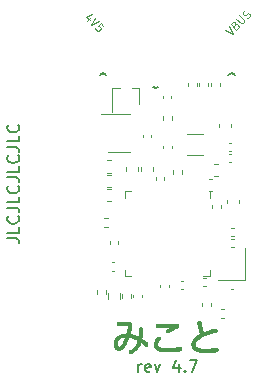
<source format=gbr>
%TF.GenerationSoftware,KiCad,Pcbnew,(5.1.9)-1*%
%TF.CreationDate,2021-05-18T22:21:05+08:00*%
%TF.ProjectId,mikoto,6d696b6f-746f-42e6-9b69-6361645f7063,rev?*%
%TF.SameCoordinates,Original*%
%TF.FileFunction,Legend,Top*%
%TF.FilePolarity,Positive*%
%FSLAX46Y46*%
G04 Gerber Fmt 4.6, Leading zero omitted, Abs format (unit mm)*
G04 Created by KiCad (PCBNEW (5.1.9)-1) date 2021-05-18 22:21:05*
%MOMM*%
%LPD*%
G01*
G04 APERTURE LIST*
%ADD10C,0.150000*%
%ADD11C,0.110000*%
%ADD12C,0.200000*%
%ADD13C,0.120000*%
%ADD14C,0.010000*%
%ADD15R,1.060000X0.650000*%
%ADD16R,0.450000X0.700000*%
%ADD17R,0.700000X0.600000*%
%ADD18C,1.524000*%
%ADD19C,0.500000*%
%ADD20R,1.000000X1.800000*%
%ADD21R,0.800000X0.900000*%
%ADD22R,0.300000X0.800000*%
%ADD23O,1.000000X2.200000*%
%ADD24O,1.000000X1.800000*%
%ADD25R,0.540000X0.800000*%
%ADD26R,4.000000X4.000000*%
%ADD27C,0.250000*%
G04 APERTURE END LIST*
D10*
X5164285Y9178571D02*
X5450000Y9392857D01*
X5735714Y9178571D01*
X-5735714Y9178571D02*
X-5450000Y9392857D01*
X-5164285Y9178571D01*
D11*
X4883578Y13016332D02*
X5519974Y12698134D01*
X5201776Y13334530D01*
X5747258Y13425444D02*
X5838172Y13470900D01*
X5883629Y13470900D01*
X5951814Y13448172D01*
X6020000Y13379987D01*
X6042728Y13311801D01*
X6042728Y13266345D01*
X6020000Y13198159D01*
X5838172Y13016332D01*
X5360875Y13493629D01*
X5519974Y13652728D01*
X5588159Y13675456D01*
X5633616Y13675456D01*
X5701801Y13652728D01*
X5747258Y13607271D01*
X5769987Y13539086D01*
X5769987Y13493629D01*
X5747258Y13425444D01*
X5588159Y13266345D01*
X5838172Y13970926D02*
X6224555Y13584543D01*
X6292741Y13561814D01*
X6338198Y13561814D01*
X6406383Y13584543D01*
X6497297Y13675456D01*
X6520025Y13743642D01*
X6520025Y13789099D01*
X6497297Y13857284D01*
X6110913Y14243667D01*
X6770038Y13993654D02*
X6860951Y14039111D01*
X6974594Y14152753D01*
X6997322Y14220939D01*
X6997322Y14266396D01*
X6974594Y14334581D01*
X6929137Y14380038D01*
X6860951Y14402766D01*
X6815495Y14402766D01*
X6747309Y14380038D01*
X6633667Y14311852D01*
X6565482Y14289124D01*
X6520025Y14289124D01*
X6451840Y14311852D01*
X6406383Y14357309D01*
X6383654Y14425495D01*
X6383654Y14470951D01*
X6406383Y14539137D01*
X6520025Y14652779D01*
X6610939Y14698236D01*
X-6458648Y14073204D02*
X-6776846Y13755006D01*
X-6390463Y14368674D02*
X-6845031Y14141389D01*
X-6549562Y13845920D01*
X-6117722Y14050475D02*
X-6435920Y13414079D01*
X-5799524Y13732277D01*
X-5413140Y13345894D02*
X-5640424Y13573178D01*
X-5890437Y13368623D01*
X-5844980Y13368623D01*
X-5776795Y13345894D01*
X-5663153Y13232252D01*
X-5640424Y13164067D01*
X-5640424Y13118610D01*
X-5663153Y13050424D01*
X-5776795Y12936782D01*
X-5844980Y12914054D01*
X-5890437Y12914054D01*
X-5958623Y12936782D01*
X-6072265Y13050424D01*
X-6094993Y13118610D01*
X-6094993Y13164067D01*
D10*
X-809523Y8197619D02*
X-1000000Y8054761D01*
X-1190476Y8197619D01*
X-2452380Y-15952380D02*
X-2452380Y-15285714D01*
X-2452380Y-15476190D02*
X-2404761Y-15380952D01*
X-2357142Y-15333333D01*
X-2261904Y-15285714D01*
X-2166666Y-15285714D01*
X-1452380Y-15904761D02*
X-1547619Y-15952380D01*
X-1738095Y-15952380D01*
X-1833333Y-15904761D01*
X-1880952Y-15809523D01*
X-1880952Y-15428571D01*
X-1833333Y-15333333D01*
X-1738095Y-15285714D01*
X-1547619Y-15285714D01*
X-1452380Y-15333333D01*
X-1404761Y-15428571D01*
X-1404761Y-15523809D01*
X-1880952Y-15619047D01*
X-1071428Y-15285714D02*
X-833333Y-15952380D01*
X-595238Y-15285714D01*
X976190Y-15285714D02*
X976190Y-15952380D01*
X738095Y-14904761D02*
X499999Y-15619047D01*
X1119047Y-15619047D01*
X1499999Y-15857142D02*
X1547619Y-15904761D01*
X1499999Y-15952380D01*
X1452380Y-15904761D01*
X1499999Y-15857142D01*
X1499999Y-15952380D01*
X1880952Y-14952380D02*
X2547619Y-14952380D01*
X2119047Y-15952380D01*
D12*
X-13547619Y-4619047D02*
X-12833333Y-4619047D01*
X-12690476Y-4666666D01*
X-12595238Y-4761904D01*
X-12547619Y-4904761D01*
X-12547619Y-5000000D01*
X-12547619Y-3666666D02*
X-12547619Y-4142857D01*
X-13547619Y-4142857D01*
X-12642857Y-2761904D02*
X-12595238Y-2809523D01*
X-12547619Y-2952380D01*
X-12547619Y-3047619D01*
X-12595238Y-3190476D01*
X-12690476Y-3285714D01*
X-12785714Y-3333333D01*
X-12976190Y-3380952D01*
X-13119047Y-3380952D01*
X-13309523Y-3333333D01*
X-13404761Y-3285714D01*
X-13500000Y-3190476D01*
X-13547619Y-3047619D01*
X-13547619Y-2952380D01*
X-13500000Y-2809523D01*
X-13452380Y-2761904D01*
X-13547619Y-2047619D02*
X-12833333Y-2047619D01*
X-12690476Y-2095238D01*
X-12595238Y-2190476D01*
X-12547619Y-2333333D01*
X-12547619Y-2428571D01*
X-12547619Y-1095238D02*
X-12547619Y-1571428D01*
X-13547619Y-1571428D01*
X-12642857Y-190476D02*
X-12595238Y-238095D01*
X-12547619Y-380952D01*
X-12547619Y-476190D01*
X-12595238Y-619047D01*
X-12690476Y-714285D01*
X-12785714Y-761904D01*
X-12976190Y-809523D01*
X-13119047Y-809523D01*
X-13309523Y-761904D01*
X-13404761Y-714285D01*
X-13500000Y-619047D01*
X-13547619Y-476190D01*
X-13547619Y-380952D01*
X-13500000Y-238095D01*
X-13452380Y-190476D01*
X-13547619Y523809D02*
X-12833333Y523809D01*
X-12690476Y476190D01*
X-12595238Y380952D01*
X-12547619Y238095D01*
X-12547619Y142857D01*
X-12547619Y1476190D02*
X-12547619Y1000000D01*
X-13547619Y1000000D01*
X-12642857Y2380952D02*
X-12595238Y2333333D01*
X-12547619Y2190476D01*
X-12547619Y2095238D01*
X-12595238Y1952380D01*
X-12690476Y1857142D01*
X-12785714Y1809523D01*
X-12976190Y1761904D01*
X-13119047Y1761904D01*
X-13309523Y1809523D01*
X-13404761Y1857142D01*
X-13500000Y1952380D01*
X-13547619Y2095238D01*
X-13547619Y2190476D01*
X-13500000Y2333333D01*
X-13452380Y2380952D01*
X-13547619Y3095238D02*
X-12833333Y3095238D01*
X-12690476Y3047619D01*
X-12595238Y2952380D01*
X-12547619Y2809523D01*
X-12547619Y2714285D01*
X-12547619Y4047619D02*
X-12547619Y3571428D01*
X-13547619Y3571428D01*
X-12642857Y4952380D02*
X-12595238Y4904761D01*
X-12547619Y4761904D01*
X-12547619Y4666666D01*
X-12595238Y4523809D01*
X-12690476Y4428571D01*
X-12785714Y4380952D01*
X-12976190Y4333333D01*
X-13119047Y4333333D01*
X-13309523Y4380952D01*
X-13404761Y4428571D01*
X-13500000Y4523809D01*
X-13547619Y4666666D01*
X-13547619Y4761904D01*
X-13500000Y4904761D01*
X-13452380Y4952380D01*
D13*
X3975000Y-875000D02*
G75*
G03*
X3975000Y-875000I-50000J0D01*
G01*
%TO.C,U3*%
X-5000000Y2665000D02*
X-3200000Y2665000D01*
X-3200000Y5885000D02*
X-5650000Y5885000D01*
%TO.C,Q2*%
X-3025000Y8130000D02*
X-2365000Y8130000D01*
X-4685000Y8130000D02*
X-4025000Y8130000D01*
X-4685000Y8130000D02*
X-4685000Y6100000D01*
X-2365000Y6720000D02*
X-2365000Y8130000D01*
%TO.C,C16*%
X6060000Y-1665580D02*
X6060000Y-1384420D01*
X5040000Y-1665580D02*
X5040000Y-1384420D01*
%TO.C,L4*%
X-3510000Y1412779D02*
X-3510000Y1087221D01*
X-2490000Y1412779D02*
X-2490000Y1087221D01*
%TO.C,C25*%
X-2260000Y1390580D02*
X-2260000Y1109420D01*
X-1240000Y1390580D02*
X-1240000Y1109420D01*
D14*
%TO.C,DUMMY1*%
G36*
X-3341317Y-11736403D02*
G01*
X-3298773Y-11737360D01*
X-3263728Y-11738995D01*
X-3235134Y-11741355D01*
X-3211946Y-11744487D01*
X-3193116Y-11748435D01*
X-3177597Y-11753248D01*
X-3164344Y-11758969D01*
X-3152308Y-11765647D01*
X-3140445Y-11773327D01*
X-3130054Y-11780443D01*
X-3088594Y-11817153D01*
X-3059560Y-11862117D01*
X-3042692Y-11916071D01*
X-3037730Y-11979748D01*
X-3041334Y-12031625D01*
X-3047560Y-12070993D01*
X-3058311Y-12123989D01*
X-3073224Y-12189135D01*
X-3091936Y-12264953D01*
X-3114084Y-12349968D01*
X-3139305Y-12442702D01*
X-3163238Y-12527718D01*
X-3177714Y-12578637D01*
X-3190785Y-12625092D01*
X-3201787Y-12664689D01*
X-3210058Y-12695030D01*
X-3214934Y-12713720D01*
X-3215894Y-12717965D01*
X-3215323Y-12727318D01*
X-3207245Y-12733374D01*
X-3188276Y-12737965D01*
X-3175000Y-12740083D01*
X-3057955Y-12761921D01*
X-2932504Y-12793500D01*
X-2801920Y-12833808D01*
X-2669478Y-12881837D01*
X-2538922Y-12936365D01*
X-2454500Y-12974079D01*
X-2449471Y-12929492D01*
X-2443156Y-12863721D01*
X-2437378Y-12783691D01*
X-2432228Y-12691012D01*
X-2427793Y-12587293D01*
X-2424162Y-12474144D01*
X-2424018Y-12468818D01*
X-2422027Y-12400394D01*
X-2419891Y-12345927D01*
X-2417241Y-12303499D01*
X-2413711Y-12271192D01*
X-2408934Y-12247090D01*
X-2402541Y-12229274D01*
X-2394165Y-12215829D01*
X-2383439Y-12204835D01*
X-2371658Y-12195588D01*
X-2342955Y-12182430D01*
X-2305577Y-12176079D01*
X-2265366Y-12176922D01*
X-2228166Y-12185349D01*
X-2226580Y-12185942D01*
X-2197927Y-12200560D01*
X-2177439Y-12220792D01*
X-2163833Y-12249198D01*
X-2155825Y-12288337D01*
X-2152381Y-12333831D01*
X-2151448Y-12384501D01*
X-2152024Y-12447674D01*
X-2153943Y-12520408D01*
X-2157035Y-12599762D01*
X-2161132Y-12682795D01*
X-2166065Y-12766564D01*
X-2171668Y-12848130D01*
X-2177770Y-12924550D01*
X-2184204Y-12992883D01*
X-2190802Y-13050187D01*
X-2195083Y-13080028D01*
X-2199634Y-13108462D01*
X-2128561Y-13153518D01*
X-2055219Y-13202495D01*
X-1976617Y-13259341D01*
X-1898043Y-13320057D01*
X-1824783Y-13380647D01*
X-1802455Y-13400126D01*
X-1759430Y-13440063D01*
X-1728171Y-13473975D01*
X-1707086Y-13504409D01*
X-1694580Y-13533916D01*
X-1689059Y-13565043D01*
X-1688420Y-13582487D01*
X-1693802Y-13626465D01*
X-1711271Y-13663755D01*
X-1737596Y-13694024D01*
X-1756031Y-13708535D01*
X-1776615Y-13716530D01*
X-1805955Y-13720494D01*
X-1808470Y-13720683D01*
X-1835627Y-13721339D01*
X-1859106Y-13717961D01*
X-1881811Y-13709028D01*
X-1906648Y-13693020D01*
X-1936520Y-13668416D01*
X-1973904Y-13634101D01*
X-2014621Y-13596857D01*
X-2057494Y-13559582D01*
X-2100759Y-13523614D01*
X-2142651Y-13490292D01*
X-2181405Y-13460956D01*
X-2215256Y-13436943D01*
X-2242439Y-13419593D01*
X-2261188Y-13410245D01*
X-2269498Y-13409892D01*
X-2274532Y-13420576D01*
X-2281999Y-13441912D01*
X-2289998Y-13468312D01*
X-2333998Y-13597382D01*
X-2391486Y-13723642D01*
X-2460211Y-13842191D01*
X-2464881Y-13849312D01*
X-2541128Y-13952992D01*
X-2626319Y-14046119D01*
X-2721872Y-14129911D01*
X-2829208Y-14205582D01*
X-2949746Y-14274352D01*
X-2976563Y-14287879D01*
X-3018317Y-14308125D01*
X-3049791Y-14322131D01*
X-3074702Y-14331142D01*
X-3096769Y-14336407D01*
X-3119708Y-14339172D01*
X-3131781Y-14339960D01*
X-3162062Y-14341065D01*
X-3181844Y-14339485D01*
X-3196439Y-14333983D01*
X-3211156Y-14323324D01*
X-3214220Y-14320769D01*
X-3243028Y-14286790D01*
X-3259081Y-14246059D01*
X-3261683Y-14202142D01*
X-3250142Y-14158607D01*
X-3247018Y-14152074D01*
X-3239616Y-14137959D01*
X-3232321Y-14126723D01*
X-3222884Y-14116775D01*
X-3209053Y-14106520D01*
X-3188579Y-14094368D01*
X-3159211Y-14078725D01*
X-3118698Y-14057999D01*
X-3102324Y-14049683D01*
X-3030627Y-14011612D01*
X-2970133Y-13975432D01*
X-2916853Y-13938418D01*
X-2866800Y-13897848D01*
X-2827325Y-13861881D01*
X-2749027Y-13777647D01*
X-2679715Y-13681947D01*
X-2618410Y-13573418D01*
X-2615488Y-13567531D01*
X-2596618Y-13526765D01*
X-2577179Y-13480420D01*
X-2558248Y-13431563D01*
X-2540903Y-13383264D01*
X-2526223Y-13338592D01*
X-2515286Y-13300614D01*
X-2509169Y-13272400D01*
X-2508250Y-13262296D01*
X-2512428Y-13254094D01*
X-2525952Y-13243094D01*
X-2550309Y-13228353D01*
X-2586984Y-13208931D01*
X-2613422Y-13195677D01*
X-2770923Y-13124043D01*
X-2925552Y-13066610D01*
X-3079620Y-13022570D01*
X-3162042Y-13004344D01*
X-3210237Y-12994278D01*
X-3246070Y-12987085D01*
X-3272076Y-12984279D01*
X-3290786Y-12987372D01*
X-3304734Y-12997876D01*
X-3316452Y-13017304D01*
X-3328474Y-13047168D01*
X-3343332Y-13088980D01*
X-3354159Y-13119062D01*
X-3411289Y-13269210D01*
X-3468139Y-13407279D01*
X-3524431Y-13532734D01*
X-3579892Y-13645042D01*
X-3634245Y-13743667D01*
X-3687214Y-13828076D01*
X-3738525Y-13897734D01*
X-3779549Y-13943857D01*
X-3842683Y-14000370D01*
X-3906970Y-14042388D01*
X-3975081Y-14071220D01*
X-4049682Y-14088175D01*
X-4081527Y-14091888D01*
X-4159185Y-14091481D01*
X-4232123Y-14075935D01*
X-4300414Y-14045223D01*
X-4364127Y-13999318D01*
X-4389061Y-13975982D01*
X-4441313Y-13913292D01*
X-4482114Y-13841256D01*
X-4511721Y-13759196D01*
X-4530389Y-13666432D01*
X-4537651Y-13583406D01*
X-4537156Y-13555719D01*
X-4276580Y-13555719D01*
X-4271484Y-13615118D01*
X-4266943Y-13638791D01*
X-4247355Y-13698654D01*
X-4220259Y-13746262D01*
X-4186656Y-13780992D01*
X-4147542Y-13802219D01*
X-4103917Y-13809321D01*
X-4056778Y-13801671D01*
X-4026238Y-13789254D01*
X-3987274Y-13764417D01*
X-3947837Y-13728208D01*
X-3907475Y-13679954D01*
X-3865735Y-13618983D01*
X-3822165Y-13544622D01*
X-3776311Y-13456201D01*
X-3727723Y-13353045D01*
X-3718120Y-13331670D01*
X-3682488Y-13249959D01*
X-3651283Y-13173943D01*
X-3621237Y-13095503D01*
X-3602663Y-13044606D01*
X-3571607Y-12958243D01*
X-3643179Y-12963842D01*
X-3738467Y-12976204D01*
X-3831936Y-12997667D01*
X-3920058Y-13027096D01*
X-3999305Y-13063359D01*
X-4052129Y-13095273D01*
X-4116177Y-13148148D01*
X-4172479Y-13212157D01*
X-4218434Y-13283781D01*
X-4251442Y-13359502D01*
X-4254532Y-13369093D01*
X-4267823Y-13426618D01*
X-4275266Y-13490857D01*
X-4276580Y-13555719D01*
X-4537156Y-13555719D01*
X-4535581Y-13467658D01*
X-4519175Y-13358225D01*
X-4488873Y-13255621D01*
X-4445116Y-13160364D01*
X-4388347Y-13072967D01*
X-4319006Y-12993949D01*
X-4237535Y-12923823D01*
X-4144374Y-12863106D01*
X-4039965Y-12812313D01*
X-3924750Y-12771961D01*
X-3821907Y-12746901D01*
X-3755100Y-12735025D01*
X-3685751Y-12725292D01*
X-3619053Y-12718300D01*
X-3560194Y-12714646D01*
X-3538155Y-12714250D01*
X-3487933Y-12714250D01*
X-3474122Y-12664640D01*
X-3448289Y-12570216D01*
X-3424206Y-12478987D01*
X-3402177Y-12392302D01*
X-3382503Y-12311509D01*
X-3365490Y-12237956D01*
X-3351439Y-12172994D01*
X-3340653Y-12117969D01*
X-3333437Y-12074232D01*
X-3330093Y-12043129D01*
X-3330721Y-12026739D01*
X-3341085Y-12007410D01*
X-3354673Y-11994469D01*
X-3361362Y-11991011D01*
X-3370697Y-11988416D01*
X-3384424Y-11986665D01*
X-3404290Y-11985737D01*
X-3432042Y-11985614D01*
X-3469425Y-11986274D01*
X-3518186Y-11987698D01*
X-3580070Y-11989866D01*
X-3621589Y-11991415D01*
X-3693686Y-11993964D01*
X-3770398Y-11996363D01*
X-3847614Y-11998506D01*
X-3921220Y-12000286D01*
X-3987104Y-12001595D01*
X-4040188Y-12002318D01*
X-4096501Y-12002767D01*
X-4139283Y-12002838D01*
X-4170874Y-12002326D01*
X-4193618Y-12001027D01*
X-4209857Y-11998737D01*
X-4221931Y-11995251D01*
X-4232184Y-11990367D01*
X-4241521Y-11984774D01*
X-4269926Y-11958333D01*
X-4287921Y-11922873D01*
X-4294760Y-11881969D01*
X-4289693Y-11839199D01*
X-4278235Y-11809222D01*
X-4270426Y-11794577D01*
X-4262329Y-11782589D01*
X-4252342Y-11772956D01*
X-4238859Y-11765374D01*
X-4220277Y-11759541D01*
X-4194991Y-11755155D01*
X-4161397Y-11751912D01*
X-4117892Y-11749510D01*
X-4062871Y-11747646D01*
X-3994729Y-11746018D01*
X-3937000Y-11744828D01*
X-3812660Y-11742328D01*
X-3703146Y-11740183D01*
X-3607409Y-11738439D01*
X-3524405Y-11737143D01*
X-3453086Y-11736341D01*
X-3392405Y-11736079D01*
X-3341317Y-11736403D01*
G37*
X-3341317Y-11736403D02*
X-3298773Y-11737360D01*
X-3263728Y-11738995D01*
X-3235134Y-11741355D01*
X-3211946Y-11744487D01*
X-3193116Y-11748435D01*
X-3177597Y-11753248D01*
X-3164344Y-11758969D01*
X-3152308Y-11765647D01*
X-3140445Y-11773327D01*
X-3130054Y-11780443D01*
X-3088594Y-11817153D01*
X-3059560Y-11862117D01*
X-3042692Y-11916071D01*
X-3037730Y-11979748D01*
X-3041334Y-12031625D01*
X-3047560Y-12070993D01*
X-3058311Y-12123989D01*
X-3073224Y-12189135D01*
X-3091936Y-12264953D01*
X-3114084Y-12349968D01*
X-3139305Y-12442702D01*
X-3163238Y-12527718D01*
X-3177714Y-12578637D01*
X-3190785Y-12625092D01*
X-3201787Y-12664689D01*
X-3210058Y-12695030D01*
X-3214934Y-12713720D01*
X-3215894Y-12717965D01*
X-3215323Y-12727318D01*
X-3207245Y-12733374D01*
X-3188276Y-12737965D01*
X-3175000Y-12740083D01*
X-3057955Y-12761921D01*
X-2932504Y-12793500D01*
X-2801920Y-12833808D01*
X-2669478Y-12881837D01*
X-2538922Y-12936365D01*
X-2454500Y-12974079D01*
X-2449471Y-12929492D01*
X-2443156Y-12863721D01*
X-2437378Y-12783691D01*
X-2432228Y-12691012D01*
X-2427793Y-12587293D01*
X-2424162Y-12474144D01*
X-2424018Y-12468818D01*
X-2422027Y-12400394D01*
X-2419891Y-12345927D01*
X-2417241Y-12303499D01*
X-2413711Y-12271192D01*
X-2408934Y-12247090D01*
X-2402541Y-12229274D01*
X-2394165Y-12215829D01*
X-2383439Y-12204835D01*
X-2371658Y-12195588D01*
X-2342955Y-12182430D01*
X-2305577Y-12176079D01*
X-2265366Y-12176922D01*
X-2228166Y-12185349D01*
X-2226580Y-12185942D01*
X-2197927Y-12200560D01*
X-2177439Y-12220792D01*
X-2163833Y-12249198D01*
X-2155825Y-12288337D01*
X-2152381Y-12333831D01*
X-2151448Y-12384501D01*
X-2152024Y-12447674D01*
X-2153943Y-12520408D01*
X-2157035Y-12599762D01*
X-2161132Y-12682795D01*
X-2166065Y-12766564D01*
X-2171668Y-12848130D01*
X-2177770Y-12924550D01*
X-2184204Y-12992883D01*
X-2190802Y-13050187D01*
X-2195083Y-13080028D01*
X-2199634Y-13108462D01*
X-2128561Y-13153518D01*
X-2055219Y-13202495D01*
X-1976617Y-13259341D01*
X-1898043Y-13320057D01*
X-1824783Y-13380647D01*
X-1802455Y-13400126D01*
X-1759430Y-13440063D01*
X-1728171Y-13473975D01*
X-1707086Y-13504409D01*
X-1694580Y-13533916D01*
X-1689059Y-13565043D01*
X-1688420Y-13582487D01*
X-1693802Y-13626465D01*
X-1711271Y-13663755D01*
X-1737596Y-13694024D01*
X-1756031Y-13708535D01*
X-1776615Y-13716530D01*
X-1805955Y-13720494D01*
X-1808470Y-13720683D01*
X-1835627Y-13721339D01*
X-1859106Y-13717961D01*
X-1881811Y-13709028D01*
X-1906648Y-13693020D01*
X-1936520Y-13668416D01*
X-1973904Y-13634101D01*
X-2014621Y-13596857D01*
X-2057494Y-13559582D01*
X-2100759Y-13523614D01*
X-2142651Y-13490292D01*
X-2181405Y-13460956D01*
X-2215256Y-13436943D01*
X-2242439Y-13419593D01*
X-2261188Y-13410245D01*
X-2269498Y-13409892D01*
X-2274532Y-13420576D01*
X-2281999Y-13441912D01*
X-2289998Y-13468312D01*
X-2333998Y-13597382D01*
X-2391486Y-13723642D01*
X-2460211Y-13842191D01*
X-2464881Y-13849312D01*
X-2541128Y-13952992D01*
X-2626319Y-14046119D01*
X-2721872Y-14129911D01*
X-2829208Y-14205582D01*
X-2949746Y-14274352D01*
X-2976563Y-14287879D01*
X-3018317Y-14308125D01*
X-3049791Y-14322131D01*
X-3074702Y-14331142D01*
X-3096769Y-14336407D01*
X-3119708Y-14339172D01*
X-3131781Y-14339960D01*
X-3162062Y-14341065D01*
X-3181844Y-14339485D01*
X-3196439Y-14333983D01*
X-3211156Y-14323324D01*
X-3214220Y-14320769D01*
X-3243028Y-14286790D01*
X-3259081Y-14246059D01*
X-3261683Y-14202142D01*
X-3250142Y-14158607D01*
X-3247018Y-14152074D01*
X-3239616Y-14137959D01*
X-3232321Y-14126723D01*
X-3222884Y-14116775D01*
X-3209053Y-14106520D01*
X-3188579Y-14094368D01*
X-3159211Y-14078725D01*
X-3118698Y-14057999D01*
X-3102324Y-14049683D01*
X-3030627Y-14011612D01*
X-2970133Y-13975432D01*
X-2916853Y-13938418D01*
X-2866800Y-13897848D01*
X-2827325Y-13861881D01*
X-2749027Y-13777647D01*
X-2679715Y-13681947D01*
X-2618410Y-13573418D01*
X-2615488Y-13567531D01*
X-2596618Y-13526765D01*
X-2577179Y-13480420D01*
X-2558248Y-13431563D01*
X-2540903Y-13383264D01*
X-2526223Y-13338592D01*
X-2515286Y-13300614D01*
X-2509169Y-13272400D01*
X-2508250Y-13262296D01*
X-2512428Y-13254094D01*
X-2525952Y-13243094D01*
X-2550309Y-13228353D01*
X-2586984Y-13208931D01*
X-2613422Y-13195677D01*
X-2770923Y-13124043D01*
X-2925552Y-13066610D01*
X-3079620Y-13022570D01*
X-3162042Y-13004344D01*
X-3210237Y-12994278D01*
X-3246070Y-12987085D01*
X-3272076Y-12984279D01*
X-3290786Y-12987372D01*
X-3304734Y-12997876D01*
X-3316452Y-13017304D01*
X-3328474Y-13047168D01*
X-3343332Y-13088980D01*
X-3354159Y-13119062D01*
X-3411289Y-13269210D01*
X-3468139Y-13407279D01*
X-3524431Y-13532734D01*
X-3579892Y-13645042D01*
X-3634245Y-13743667D01*
X-3687214Y-13828076D01*
X-3738525Y-13897734D01*
X-3779549Y-13943857D01*
X-3842683Y-14000370D01*
X-3906970Y-14042388D01*
X-3975081Y-14071220D01*
X-4049682Y-14088175D01*
X-4081527Y-14091888D01*
X-4159185Y-14091481D01*
X-4232123Y-14075935D01*
X-4300414Y-14045223D01*
X-4364127Y-13999318D01*
X-4389061Y-13975982D01*
X-4441313Y-13913292D01*
X-4482114Y-13841256D01*
X-4511721Y-13759196D01*
X-4530389Y-13666432D01*
X-4537651Y-13583406D01*
X-4537156Y-13555719D01*
X-4276580Y-13555719D01*
X-4271484Y-13615118D01*
X-4266943Y-13638791D01*
X-4247355Y-13698654D01*
X-4220259Y-13746262D01*
X-4186656Y-13780992D01*
X-4147542Y-13802219D01*
X-4103917Y-13809321D01*
X-4056778Y-13801671D01*
X-4026238Y-13789254D01*
X-3987274Y-13764417D01*
X-3947837Y-13728208D01*
X-3907475Y-13679954D01*
X-3865735Y-13618983D01*
X-3822165Y-13544622D01*
X-3776311Y-13456201D01*
X-3727723Y-13353045D01*
X-3718120Y-13331670D01*
X-3682488Y-13249959D01*
X-3651283Y-13173943D01*
X-3621237Y-13095503D01*
X-3602663Y-13044606D01*
X-3571607Y-12958243D01*
X-3643179Y-12963842D01*
X-3738467Y-12976204D01*
X-3831936Y-12997667D01*
X-3920058Y-13027096D01*
X-3999305Y-13063359D01*
X-4052129Y-13095273D01*
X-4116177Y-13148148D01*
X-4172479Y-13212157D01*
X-4218434Y-13283781D01*
X-4251442Y-13359502D01*
X-4254532Y-13369093D01*
X-4267823Y-13426618D01*
X-4275266Y-13490857D01*
X-4276580Y-13555719D01*
X-4537156Y-13555719D01*
X-4535581Y-13467658D01*
X-4519175Y-13358225D01*
X-4488873Y-13255621D01*
X-4445116Y-13160364D01*
X-4388347Y-13072967D01*
X-4319006Y-12993949D01*
X-4237535Y-12923823D01*
X-4144374Y-12863106D01*
X-4039965Y-12812313D01*
X-3924750Y-12771961D01*
X-3821907Y-12746901D01*
X-3755100Y-12735025D01*
X-3685751Y-12725292D01*
X-3619053Y-12718300D01*
X-3560194Y-12714646D01*
X-3538155Y-12714250D01*
X-3487933Y-12714250D01*
X-3474122Y-12664640D01*
X-3448289Y-12570216D01*
X-3424206Y-12478987D01*
X-3402177Y-12392302D01*
X-3382503Y-12311509D01*
X-3365490Y-12237956D01*
X-3351439Y-12172994D01*
X-3340653Y-12117969D01*
X-3333437Y-12074232D01*
X-3330093Y-12043129D01*
X-3330721Y-12026739D01*
X-3341085Y-12007410D01*
X-3354673Y-11994469D01*
X-3361362Y-11991011D01*
X-3370697Y-11988416D01*
X-3384424Y-11986665D01*
X-3404290Y-11985737D01*
X-3432042Y-11985614D01*
X-3469425Y-11986274D01*
X-3518186Y-11987698D01*
X-3580070Y-11989866D01*
X-3621589Y-11991415D01*
X-3693686Y-11993964D01*
X-3770398Y-11996363D01*
X-3847614Y-11998506D01*
X-3921220Y-12000286D01*
X-3987104Y-12001595D01*
X-4040188Y-12002318D01*
X-4096501Y-12002767D01*
X-4139283Y-12002838D01*
X-4170874Y-12002326D01*
X-4193618Y-12001027D01*
X-4209857Y-11998737D01*
X-4221931Y-11995251D01*
X-4232184Y-11990367D01*
X-4241521Y-11984774D01*
X-4269926Y-11958333D01*
X-4287921Y-11922873D01*
X-4294760Y-11881969D01*
X-4289693Y-11839199D01*
X-4278235Y-11809222D01*
X-4270426Y-11794577D01*
X-4262329Y-11782589D01*
X-4252342Y-11772956D01*
X-4238859Y-11765374D01*
X-4220277Y-11759541D01*
X-4194991Y-11755155D01*
X-4161397Y-11751912D01*
X-4117892Y-11749510D01*
X-4062871Y-11747646D01*
X-3994729Y-11746018D01*
X-3937000Y-11744828D01*
X-3812660Y-11742328D01*
X-3703146Y-11740183D01*
X-3607409Y-11738439D01*
X-3524405Y-11737143D01*
X-3453086Y-11736341D01*
X-3392405Y-11736079D01*
X-3341317Y-11736403D01*
G36*
X2734552Y-11632567D02*
G01*
X2771865Y-11649809D01*
X2797916Y-11677212D01*
X2802788Y-11689922D01*
X2810124Y-11715996D01*
X2819392Y-11753210D01*
X2830061Y-11799337D01*
X2841600Y-11852152D01*
X2853477Y-11909430D01*
X2854170Y-11912867D01*
X2876587Y-12020543D01*
X2900155Y-12126989D01*
X2924218Y-12229518D01*
X2948119Y-12325446D01*
X2971202Y-12412087D01*
X2992810Y-12486757D01*
X3000628Y-12511843D01*
X3011427Y-12545208D01*
X3020629Y-12572823D01*
X3027073Y-12591250D01*
X3029372Y-12596930D01*
X3037910Y-12597328D01*
X3056434Y-12592408D01*
X3074115Y-12585915D01*
X3168232Y-12548555D01*
X3264557Y-12511640D01*
X3361635Y-12475642D01*
X3458012Y-12441034D01*
X3552233Y-12408290D01*
X3642842Y-12377883D01*
X3728384Y-12350285D01*
X3807405Y-12325970D01*
X3878450Y-12305411D01*
X3940063Y-12289080D01*
X3990790Y-12277451D01*
X4029175Y-12270997D01*
X4046456Y-12269800D01*
X4089118Y-12276447D01*
X4126105Y-12295132D01*
X4153723Y-12323776D01*
X4159291Y-12333331D01*
X4177422Y-12382439D01*
X4180114Y-12428872D01*
X4168639Y-12470723D01*
X4149696Y-12501773D01*
X4122369Y-12525229D01*
X4083702Y-12543269D01*
X4060031Y-12550703D01*
X4039035Y-12556565D01*
X4006253Y-12565690D01*
X3965197Y-12577100D01*
X3919380Y-12589821D01*
X3886342Y-12598985D01*
X3762680Y-12634684D01*
X3636321Y-12673814D01*
X3509453Y-12715564D01*
X3384265Y-12759123D01*
X3262943Y-12803681D01*
X3147675Y-12848427D01*
X3040649Y-12892550D01*
X2944053Y-12935240D01*
X2860074Y-12975686D01*
X2835605Y-12988349D01*
X2726180Y-13051138D01*
X2629295Y-13117056D01*
X2545280Y-13185571D01*
X2474465Y-13256154D01*
X2417179Y-13328273D01*
X2373754Y-13401399D01*
X2344518Y-13475002D01*
X2329802Y-13548550D01*
X2329935Y-13621513D01*
X2345247Y-13693362D01*
X2365718Y-13743823D01*
X2397161Y-13793461D01*
X2440159Y-13836991D01*
X2495286Y-13874669D01*
X2563121Y-13906749D01*
X2644240Y-13933486D01*
X2739219Y-13955135D01*
X2848636Y-13971952D01*
X2893218Y-13977034D01*
X2936870Y-13980435D01*
X2993376Y-13983067D01*
X3059735Y-13984929D01*
X3132942Y-13986023D01*
X3209998Y-13986346D01*
X3287899Y-13985900D01*
X3363643Y-13984684D01*
X3434228Y-13982698D01*
X3496651Y-13979942D01*
X3540125Y-13977069D01*
X3649403Y-13967025D01*
X3765383Y-13954116D01*
X3881253Y-13939178D01*
X3990203Y-13923048D01*
X4022007Y-13917853D01*
X4081227Y-13908905D01*
X4126781Y-13904165D01*
X4157996Y-13903696D01*
X4165873Y-13904634D01*
X4207580Y-13919289D01*
X4239005Y-13945830D01*
X4259796Y-13983756D01*
X4269601Y-14032567D01*
X4270375Y-14053166D01*
X4263802Y-14101656D01*
X4244603Y-14141756D01*
X4213559Y-14172105D01*
X4196570Y-14181912D01*
X4162594Y-14194451D01*
X4114374Y-14206516D01*
X4053536Y-14217992D01*
X3981708Y-14228763D01*
X3900515Y-14238713D01*
X3811585Y-14247726D01*
X3716543Y-14255686D01*
X3617018Y-14262477D01*
X3514635Y-14267984D01*
X3411021Y-14272090D01*
X3307803Y-14274680D01*
X3206608Y-14275637D01*
X3109062Y-14274847D01*
X3016792Y-14272193D01*
X2964656Y-14269659D01*
X2817300Y-14256864D01*
X2681547Y-14236036D01*
X2557953Y-14207315D01*
X2447079Y-14170838D01*
X2349483Y-14126744D01*
X2319190Y-14109904D01*
X2294846Y-14093190D01*
X2264022Y-14068509D01*
X2231077Y-14039493D01*
X2206522Y-14016000D01*
X2153624Y-13956946D01*
X2113348Y-13896626D01*
X2082873Y-13830137D01*
X2062797Y-13765968D01*
X2053262Y-13716633D01*
X2047242Y-13657689D01*
X2044807Y-13594279D01*
X2046027Y-13531549D01*
X2050973Y-13474641D01*
X2058277Y-13434211D01*
X2089860Y-13338791D01*
X2136724Y-13244877D01*
X2198301Y-13153079D01*
X2274021Y-13064010D01*
X2363316Y-12978282D01*
X2465618Y-12896507D01*
X2580357Y-12819296D01*
X2686843Y-12757925D01*
X2716729Y-12741881D01*
X2740760Y-12728980D01*
X2755931Y-12720836D01*
X2759673Y-12718827D01*
X2758060Y-12711428D01*
X2752636Y-12691838D01*
X2744253Y-12663042D01*
X2733818Y-12628204D01*
X2714477Y-12562260D01*
X2694215Y-12489284D01*
X2673459Y-12411125D01*
X2652631Y-12329633D01*
X2632158Y-12246656D01*
X2612463Y-12164045D01*
X2593972Y-12083647D01*
X2577109Y-12007312D01*
X2562298Y-11936890D01*
X2549965Y-11874229D01*
X2540533Y-11821179D01*
X2534429Y-11779589D01*
X2532075Y-11751308D01*
X2532062Y-11749673D01*
X2539377Y-11710310D01*
X2560027Y-11676801D01*
X2592064Y-11650694D01*
X2633544Y-11633537D01*
X2682520Y-11626875D01*
X2686541Y-11626842D01*
X2734552Y-11632567D01*
G37*
X2734552Y-11632567D02*
X2771865Y-11649809D01*
X2797916Y-11677212D01*
X2802788Y-11689922D01*
X2810124Y-11715996D01*
X2819392Y-11753210D01*
X2830061Y-11799337D01*
X2841600Y-11852152D01*
X2853477Y-11909430D01*
X2854170Y-11912867D01*
X2876587Y-12020543D01*
X2900155Y-12126989D01*
X2924218Y-12229518D01*
X2948119Y-12325446D01*
X2971202Y-12412087D01*
X2992810Y-12486757D01*
X3000628Y-12511843D01*
X3011427Y-12545208D01*
X3020629Y-12572823D01*
X3027073Y-12591250D01*
X3029372Y-12596930D01*
X3037910Y-12597328D01*
X3056434Y-12592408D01*
X3074115Y-12585915D01*
X3168232Y-12548555D01*
X3264557Y-12511640D01*
X3361635Y-12475642D01*
X3458012Y-12441034D01*
X3552233Y-12408290D01*
X3642842Y-12377883D01*
X3728384Y-12350285D01*
X3807405Y-12325970D01*
X3878450Y-12305411D01*
X3940063Y-12289080D01*
X3990790Y-12277451D01*
X4029175Y-12270997D01*
X4046456Y-12269800D01*
X4089118Y-12276447D01*
X4126105Y-12295132D01*
X4153723Y-12323776D01*
X4159291Y-12333331D01*
X4177422Y-12382439D01*
X4180114Y-12428872D01*
X4168639Y-12470723D01*
X4149696Y-12501773D01*
X4122369Y-12525229D01*
X4083702Y-12543269D01*
X4060031Y-12550703D01*
X4039035Y-12556565D01*
X4006253Y-12565690D01*
X3965197Y-12577100D01*
X3919380Y-12589821D01*
X3886342Y-12598985D01*
X3762680Y-12634684D01*
X3636321Y-12673814D01*
X3509453Y-12715564D01*
X3384265Y-12759123D01*
X3262943Y-12803681D01*
X3147675Y-12848427D01*
X3040649Y-12892550D01*
X2944053Y-12935240D01*
X2860074Y-12975686D01*
X2835605Y-12988349D01*
X2726180Y-13051138D01*
X2629295Y-13117056D01*
X2545280Y-13185571D01*
X2474465Y-13256154D01*
X2417179Y-13328273D01*
X2373754Y-13401399D01*
X2344518Y-13475002D01*
X2329802Y-13548550D01*
X2329935Y-13621513D01*
X2345247Y-13693362D01*
X2365718Y-13743823D01*
X2397161Y-13793461D01*
X2440159Y-13836991D01*
X2495286Y-13874669D01*
X2563121Y-13906749D01*
X2644240Y-13933486D01*
X2739219Y-13955135D01*
X2848636Y-13971952D01*
X2893218Y-13977034D01*
X2936870Y-13980435D01*
X2993376Y-13983067D01*
X3059735Y-13984929D01*
X3132942Y-13986023D01*
X3209998Y-13986346D01*
X3287899Y-13985900D01*
X3363643Y-13984684D01*
X3434228Y-13982698D01*
X3496651Y-13979942D01*
X3540125Y-13977069D01*
X3649403Y-13967025D01*
X3765383Y-13954116D01*
X3881253Y-13939178D01*
X3990203Y-13923048D01*
X4022007Y-13917853D01*
X4081227Y-13908905D01*
X4126781Y-13904165D01*
X4157996Y-13903696D01*
X4165873Y-13904634D01*
X4207580Y-13919289D01*
X4239005Y-13945830D01*
X4259796Y-13983756D01*
X4269601Y-14032567D01*
X4270375Y-14053166D01*
X4263802Y-14101656D01*
X4244603Y-14141756D01*
X4213559Y-14172105D01*
X4196570Y-14181912D01*
X4162594Y-14194451D01*
X4114374Y-14206516D01*
X4053536Y-14217992D01*
X3981708Y-14228763D01*
X3900515Y-14238713D01*
X3811585Y-14247726D01*
X3716543Y-14255686D01*
X3617018Y-14262477D01*
X3514635Y-14267984D01*
X3411021Y-14272090D01*
X3307803Y-14274680D01*
X3206608Y-14275637D01*
X3109062Y-14274847D01*
X3016792Y-14272193D01*
X2964656Y-14269659D01*
X2817300Y-14256864D01*
X2681547Y-14236036D01*
X2557953Y-14207315D01*
X2447079Y-14170838D01*
X2349483Y-14126744D01*
X2319190Y-14109904D01*
X2294846Y-14093190D01*
X2264022Y-14068509D01*
X2231077Y-14039493D01*
X2206522Y-14016000D01*
X2153624Y-13956946D01*
X2113348Y-13896626D01*
X2082873Y-13830137D01*
X2062797Y-13765968D01*
X2053262Y-13716633D01*
X2047242Y-13657689D01*
X2044807Y-13594279D01*
X2046027Y-13531549D01*
X2050973Y-13474641D01*
X2058277Y-13434211D01*
X2089860Y-13338791D01*
X2136724Y-13244877D01*
X2198301Y-13153079D01*
X2274021Y-13064010D01*
X2363316Y-12978282D01*
X2465618Y-12896507D01*
X2580357Y-12819296D01*
X2686843Y-12757925D01*
X2716729Y-12741881D01*
X2740760Y-12728980D01*
X2755931Y-12720836D01*
X2759673Y-12718827D01*
X2758060Y-12711428D01*
X2752636Y-12691838D01*
X2744253Y-12663042D01*
X2733818Y-12628204D01*
X2714477Y-12562260D01*
X2694215Y-12489284D01*
X2673459Y-12411125D01*
X2652631Y-12329633D01*
X2632158Y-12246656D01*
X2612463Y-12164045D01*
X2593972Y-12083647D01*
X2577109Y-12007312D01*
X2562298Y-11936890D01*
X2549965Y-11874229D01*
X2540533Y-11821179D01*
X2534429Y-11779589D01*
X2532075Y-11751308D01*
X2532062Y-11749673D01*
X2539377Y-11710310D01*
X2560027Y-11676801D01*
X2592064Y-11650694D01*
X2633544Y-11633537D01*
X2682520Y-11626875D01*
X2686541Y-11626842D01*
X2734552Y-11632567D01*
G36*
X-695066Y-12954709D02*
G01*
X-668398Y-12963429D01*
X-638170Y-12985598D01*
X-613724Y-13015610D01*
X-599568Y-13047773D01*
X-598811Y-13051310D01*
X-596929Y-13075867D01*
X-601642Y-13100229D01*
X-614187Y-13126675D01*
X-635801Y-13157484D01*
X-667720Y-13194935D01*
X-689606Y-13218647D01*
X-736210Y-13270399D01*
X-772787Y-13316566D01*
X-802021Y-13361068D01*
X-826598Y-13407824D01*
X-840112Y-13438318D01*
X-851002Y-13467393D01*
X-857414Y-13494418D01*
X-860423Y-13525652D01*
X-861109Y-13560394D01*
X-860673Y-13596419D01*
X-858385Y-13622411D01*
X-852970Y-13644198D01*
X-843155Y-13667612D01*
X-833368Y-13687338D01*
X-804692Y-13731787D01*
X-766139Y-13770985D01*
X-716815Y-13805335D01*
X-655828Y-13835242D01*
X-582284Y-13861111D01*
X-495289Y-13883346D01*
X-393952Y-13902352D01*
X-341313Y-13910256D01*
X-307453Y-13914478D01*
X-271418Y-13917811D01*
X-230917Y-13920343D01*
X-183661Y-13922163D01*
X-127359Y-13923360D01*
X-59723Y-13924023D01*
X19843Y-13924239D01*
X170045Y-13922648D01*
X308563Y-13917534D01*
X439267Y-13908546D01*
X566029Y-13895334D01*
X692719Y-13877546D01*
X823208Y-13854831D01*
X856668Y-13848383D01*
X928328Y-13835392D01*
X986509Y-13827670D01*
X1032846Y-13825640D01*
X1068979Y-13829728D01*
X1096545Y-13840356D01*
X1117180Y-13857949D01*
X1132523Y-13882929D01*
X1144211Y-13915722D01*
X1146276Y-13923341D01*
X1153369Y-13975567D01*
X1146336Y-14021661D01*
X1125641Y-14060595D01*
X1091751Y-14091342D01*
X1063399Y-14106228D01*
X1021876Y-14120523D01*
X966474Y-14134853D01*
X899182Y-14148909D01*
X821990Y-14162379D01*
X736891Y-14174950D01*
X645875Y-14186312D01*
X550932Y-14196153D01*
X454053Y-14204161D01*
X424791Y-14206167D01*
X379416Y-14208461D01*
X322495Y-14210296D01*
X256671Y-14211675D01*
X184584Y-14212599D01*
X108875Y-14213071D01*
X32185Y-14213093D01*
X-42846Y-14212667D01*
X-113575Y-14211795D01*
X-177362Y-14210479D01*
X-231566Y-14208723D01*
X-273546Y-14206527D01*
X-285750Y-14205577D01*
X-432534Y-14188695D01*
X-564992Y-14165235D01*
X-683301Y-14135070D01*
X-787642Y-14098074D01*
X-878192Y-14054119D01*
X-955130Y-14003080D01*
X-1018635Y-13944830D01*
X-1068885Y-13879242D01*
X-1106060Y-13806189D01*
X-1130337Y-13725544D01*
X-1141896Y-13637181D01*
X-1143000Y-13597676D01*
X-1135854Y-13493249D01*
X-1114135Y-13393365D01*
X-1077425Y-13296652D01*
X-1025303Y-13201736D01*
X-1019200Y-13192247D01*
X-993530Y-13156140D01*
X-962007Y-13116798D01*
X-927182Y-13076929D01*
X-891605Y-13039242D01*
X-857827Y-13006444D01*
X-828399Y-12981243D01*
X-806910Y-12966864D01*
X-772901Y-12955605D01*
X-733350Y-12951497D01*
X-695066Y-12954709D01*
G37*
X-695066Y-12954709D02*
X-668398Y-12963429D01*
X-638170Y-12985598D01*
X-613724Y-13015610D01*
X-599568Y-13047773D01*
X-598811Y-13051310D01*
X-596929Y-13075867D01*
X-601642Y-13100229D01*
X-614187Y-13126675D01*
X-635801Y-13157484D01*
X-667720Y-13194935D01*
X-689606Y-13218647D01*
X-736210Y-13270399D01*
X-772787Y-13316566D01*
X-802021Y-13361068D01*
X-826598Y-13407824D01*
X-840112Y-13438318D01*
X-851002Y-13467393D01*
X-857414Y-13494418D01*
X-860423Y-13525652D01*
X-861109Y-13560394D01*
X-860673Y-13596419D01*
X-858385Y-13622411D01*
X-852970Y-13644198D01*
X-843155Y-13667612D01*
X-833368Y-13687338D01*
X-804692Y-13731787D01*
X-766139Y-13770985D01*
X-716815Y-13805335D01*
X-655828Y-13835242D01*
X-582284Y-13861111D01*
X-495289Y-13883346D01*
X-393952Y-13902352D01*
X-341313Y-13910256D01*
X-307453Y-13914478D01*
X-271418Y-13917811D01*
X-230917Y-13920343D01*
X-183661Y-13922163D01*
X-127359Y-13923360D01*
X-59723Y-13924023D01*
X19843Y-13924239D01*
X170045Y-13922648D01*
X308563Y-13917534D01*
X439267Y-13908546D01*
X566029Y-13895334D01*
X692719Y-13877546D01*
X823208Y-13854831D01*
X856668Y-13848383D01*
X928328Y-13835392D01*
X986509Y-13827670D01*
X1032846Y-13825640D01*
X1068979Y-13829728D01*
X1096545Y-13840356D01*
X1117180Y-13857949D01*
X1132523Y-13882929D01*
X1144211Y-13915722D01*
X1146276Y-13923341D01*
X1153369Y-13975567D01*
X1146336Y-14021661D01*
X1125641Y-14060595D01*
X1091751Y-14091342D01*
X1063399Y-14106228D01*
X1021876Y-14120523D01*
X966474Y-14134853D01*
X899182Y-14148909D01*
X821990Y-14162379D01*
X736891Y-14174950D01*
X645875Y-14186312D01*
X550932Y-14196153D01*
X454053Y-14204161D01*
X424791Y-14206167D01*
X379416Y-14208461D01*
X322495Y-14210296D01*
X256671Y-14211675D01*
X184584Y-14212599D01*
X108875Y-14213071D01*
X32185Y-14213093D01*
X-42846Y-14212667D01*
X-113575Y-14211795D01*
X-177362Y-14210479D01*
X-231566Y-14208723D01*
X-273546Y-14206527D01*
X-285750Y-14205577D01*
X-432534Y-14188695D01*
X-564992Y-14165235D01*
X-683301Y-14135070D01*
X-787642Y-14098074D01*
X-878192Y-14054119D01*
X-955130Y-14003080D01*
X-1018635Y-13944830D01*
X-1068885Y-13879242D01*
X-1106060Y-13806189D01*
X-1130337Y-13725544D01*
X-1141896Y-13637181D01*
X-1143000Y-13597676D01*
X-1135854Y-13493249D01*
X-1114135Y-13393365D01*
X-1077425Y-13296652D01*
X-1025303Y-13201736D01*
X-1019200Y-13192247D01*
X-993530Y-13156140D01*
X-962007Y-13116798D01*
X-927182Y-13076929D01*
X-891605Y-13039242D01*
X-857827Y-13006444D01*
X-828399Y-12981243D01*
X-806910Y-12966864D01*
X-772901Y-12955605D01*
X-733350Y-12951497D01*
X-695066Y-12954709D01*
G36*
X846516Y-11881563D02*
G01*
X882080Y-11905428D01*
X905472Y-11936714D01*
X917813Y-11977452D01*
X920488Y-12015750D01*
X918344Y-12054106D01*
X910521Y-12084594D01*
X894934Y-12110128D01*
X869498Y-12133622D01*
X832128Y-12157991D01*
X809625Y-12170698D01*
X786279Y-12183527D01*
X750963Y-12202979D01*
X705601Y-12227996D01*
X652112Y-12257514D01*
X592419Y-12290475D01*
X528444Y-12325818D01*
X462107Y-12362481D01*
X432593Y-12378798D01*
X367555Y-12414714D01*
X305471Y-12448912D01*
X248012Y-12480478D01*
X196847Y-12508498D01*
X153646Y-12532059D01*
X120079Y-12550248D01*
X97815Y-12562150D01*
X91034Y-12565666D01*
X46488Y-12582953D01*
X2282Y-12590970D01*
X-36594Y-12588928D01*
X-43955Y-12587044D01*
X-77768Y-12569296D01*
X-102510Y-12541456D01*
X-117373Y-12506986D01*
X-121551Y-12469350D01*
X-114236Y-12432007D01*
X-94621Y-12398422D01*
X-89278Y-12392589D01*
X-74256Y-12381471D01*
X-46107Y-12364805D01*
X-6286Y-12343317D01*
X43751Y-12317734D01*
X102551Y-12288783D01*
X168658Y-12257190D01*
X240616Y-12223682D01*
X316971Y-12188985D01*
X331324Y-12182556D01*
X369756Y-12165160D01*
X402261Y-12150028D01*
X426443Y-12138308D01*
X439910Y-12131148D01*
X441857Y-12129524D01*
X433420Y-12129172D01*
X412587Y-12130191D01*
X382758Y-12132377D01*
X356595Y-12134652D01*
X176032Y-12147860D01*
X-18774Y-12155497D01*
X-227197Y-12157552D01*
X-448613Y-12154013D01*
X-555625Y-12150467D01*
X-640896Y-12147062D01*
X-711839Y-12143767D01*
X-769996Y-12140280D01*
X-816909Y-12136297D01*
X-854120Y-12131516D01*
X-883171Y-12125635D01*
X-905603Y-12118351D01*
X-922959Y-12109361D01*
X-936780Y-12098362D01*
X-948609Y-12085052D01*
X-958454Y-12071393D01*
X-969681Y-12049994D01*
X-975122Y-12024550D01*
X-976313Y-11995906D01*
X-970960Y-11949612D01*
X-954186Y-11913332D01*
X-924917Y-11885040D01*
X-913783Y-11877949D01*
X-905613Y-11873470D01*
X-897031Y-11870050D01*
X-886138Y-11867657D01*
X-871038Y-11866259D01*
X-849833Y-11865823D01*
X-820626Y-11866317D01*
X-781519Y-11867709D01*
X-730616Y-11869967D01*
X-666020Y-11873057D01*
X-655841Y-11873551D01*
X-564777Y-11877231D01*
X-460708Y-11880148D01*
X-346486Y-11882301D01*
X-224964Y-11883690D01*
X-98992Y-11884316D01*
X28578Y-11884178D01*
X154892Y-11883276D01*
X277101Y-11881609D01*
X392351Y-11879178D01*
X497791Y-11875983D01*
X556797Y-11873626D01*
X808002Y-11862471D01*
X846516Y-11881563D01*
G37*
X846516Y-11881563D02*
X882080Y-11905428D01*
X905472Y-11936714D01*
X917813Y-11977452D01*
X920488Y-12015750D01*
X918344Y-12054106D01*
X910521Y-12084594D01*
X894934Y-12110128D01*
X869498Y-12133622D01*
X832128Y-12157991D01*
X809625Y-12170698D01*
X786279Y-12183527D01*
X750963Y-12202979D01*
X705601Y-12227996D01*
X652112Y-12257514D01*
X592419Y-12290475D01*
X528444Y-12325818D01*
X462107Y-12362481D01*
X432593Y-12378798D01*
X367555Y-12414714D01*
X305471Y-12448912D01*
X248012Y-12480478D01*
X196847Y-12508498D01*
X153646Y-12532059D01*
X120079Y-12550248D01*
X97815Y-12562150D01*
X91034Y-12565666D01*
X46488Y-12582953D01*
X2282Y-12590970D01*
X-36594Y-12588928D01*
X-43955Y-12587044D01*
X-77768Y-12569296D01*
X-102510Y-12541456D01*
X-117373Y-12506986D01*
X-121551Y-12469350D01*
X-114236Y-12432007D01*
X-94621Y-12398422D01*
X-89278Y-12392589D01*
X-74256Y-12381471D01*
X-46107Y-12364805D01*
X-6286Y-12343317D01*
X43751Y-12317734D01*
X102551Y-12288783D01*
X168658Y-12257190D01*
X240616Y-12223682D01*
X316971Y-12188985D01*
X331324Y-12182556D01*
X369756Y-12165160D01*
X402261Y-12150028D01*
X426443Y-12138308D01*
X439910Y-12131148D01*
X441857Y-12129524D01*
X433420Y-12129172D01*
X412587Y-12130191D01*
X382758Y-12132377D01*
X356595Y-12134652D01*
X176032Y-12147860D01*
X-18774Y-12155497D01*
X-227197Y-12157552D01*
X-448613Y-12154013D01*
X-555625Y-12150467D01*
X-640896Y-12147062D01*
X-711839Y-12143767D01*
X-769996Y-12140280D01*
X-816909Y-12136297D01*
X-854120Y-12131516D01*
X-883171Y-12125635D01*
X-905603Y-12118351D01*
X-922959Y-12109361D01*
X-936780Y-12098362D01*
X-948609Y-12085052D01*
X-958454Y-12071393D01*
X-969681Y-12049994D01*
X-975122Y-12024550D01*
X-976313Y-11995906D01*
X-970960Y-11949612D01*
X-954186Y-11913332D01*
X-924917Y-11885040D01*
X-913783Y-11877949D01*
X-905613Y-11873470D01*
X-897031Y-11870050D01*
X-886138Y-11867657D01*
X-871038Y-11866259D01*
X-849833Y-11865823D01*
X-820626Y-11866317D01*
X-781519Y-11867709D01*
X-730616Y-11869967D01*
X-666020Y-11873057D01*
X-655841Y-11873551D01*
X-564777Y-11877231D01*
X-460708Y-11880148D01*
X-346486Y-11882301D01*
X-224964Y-11883690D01*
X-98992Y-11884316D01*
X28578Y-11884178D01*
X154892Y-11883276D01*
X277101Y-11881609D01*
X392351Y-11879178D01*
X497791Y-11875983D01*
X556797Y-11873626D01*
X808002Y-11862471D01*
X846516Y-11881563D01*
D13*
%TO.C,C23*%
X-385000Y7427836D02*
X-385000Y7212164D01*
X335000Y7427836D02*
X335000Y7212164D01*
%TO.C,C24*%
X-1365000Y3937164D02*
X-1365000Y4152836D01*
X-2085000Y3937164D02*
X-2085000Y4152836D01*
%TO.C,Y2*%
X1675000Y2425000D02*
X3025000Y2425000D01*
X1675000Y4175000D02*
X3025000Y4175000D01*
%TO.C,R11*%
X-3977500Y-9737258D02*
X-3977500Y-9262742D01*
X-5022500Y-9737258D02*
X-5022500Y-9262742D01*
%TO.C,C22*%
X2940000Y-10327836D02*
X2940000Y-10112164D01*
X3660000Y-10327836D02*
X3660000Y-10112164D01*
%TO.C,R4*%
X-5955000Y-9031359D02*
X-5955000Y-9338641D01*
X-5195000Y-9031359D02*
X-5195000Y-9338641D01*
%TO.C,R3*%
X-3045000Y-9346359D02*
X-3045000Y-9653641D01*
X-3805000Y-9346359D02*
X-3805000Y-9653641D01*
%TO.C,R10*%
X1720000Y8543641D02*
X1720000Y8236359D01*
X2480000Y8543641D02*
X2480000Y8236359D01*
%TO.C,Y1*%
X6550000Y-8150000D02*
X6550000Y-5450000D01*
X4250000Y-8150000D02*
X6550000Y-8150000D01*
%TO.C,U1*%
X3610000Y-7860000D02*
X3610000Y-7300000D01*
X3610000Y-7860000D02*
X3050000Y-7860000D01*
X-3610000Y-7860000D02*
X-3050000Y-7860000D01*
X-3610000Y-7860000D02*
X-3610000Y-7300000D01*
X-3610000Y-640000D02*
X-3610000Y-1200000D01*
X-3610000Y-640000D02*
X-3050000Y-640000D01*
X3610000Y-640000D02*
X3610000Y-1200000D01*
%TO.C,R9*%
X2695000Y8543641D02*
X2695000Y8236359D01*
X3455000Y8543641D02*
X3455000Y8236359D01*
%TO.C,R8*%
X-405000Y5693641D02*
X-405000Y5386359D01*
X355000Y5693641D02*
X355000Y5386359D01*
%TO.C,R7*%
X1280000Y831359D02*
X1280000Y1138641D01*
X520000Y831359D02*
X520000Y1138641D01*
%TO.C,R6*%
X3670000Y8543641D02*
X3670000Y8236359D01*
X4430000Y8543641D02*
X4430000Y8236359D01*
%TO.C,R5*%
X-5363641Y-2945000D02*
X-5056359Y-2945000D01*
X-5363641Y-3705000D02*
X-5056359Y-3705000D01*
%TO.C,L3*%
X4300279Y1635000D02*
X3974721Y1635000D01*
X4300279Y615000D02*
X3974721Y615000D01*
%TO.C,C21*%
X5385000Y4784420D02*
X5385000Y5065580D01*
X4365000Y4784420D02*
X4365000Y5065580D01*
%TO.C,C20*%
X-5090580Y940000D02*
X-4809420Y940000D01*
X-5090580Y1960000D02*
X-4809420Y1960000D01*
%TO.C,C19*%
X-2885000Y-9607836D02*
X-2885000Y-9392164D01*
X-2165000Y-9607836D02*
X-2165000Y-9392164D01*
%TO.C,C18*%
X360000Y3212836D02*
X360000Y2997164D01*
X-360000Y3212836D02*
X-360000Y2997164D01*
%TO.C,C17*%
X5407836Y3460000D02*
X5192164Y3460000D01*
X5407836Y2740000D02*
X5192164Y2740000D01*
%TO.C,C15*%
X4510000Y-2037836D02*
X4510000Y-1822164D01*
X3790000Y-2037836D02*
X3790000Y-1822164D01*
%TO.C,C14*%
X-5090580Y-490000D02*
X-4809420Y-490000D01*
X-5090580Y-1510000D02*
X-4809420Y-1510000D01*
%TO.C,C13*%
X-4809420Y-285000D02*
X-5090580Y-285000D01*
X-4809420Y735000D02*
X-5090580Y735000D01*
%TO.C,C12*%
X-610000Y-8547164D02*
X-610000Y-8762836D01*
X110000Y-8547164D02*
X110000Y-8762836D01*
%TO.C,C11*%
X3022164Y-8710000D02*
X3237836Y-8710000D01*
X3022164Y-7990000D02*
X3237836Y-7990000D01*
%TO.C,C10*%
X5192164Y1790000D02*
X5407836Y1790000D01*
X5192164Y2510000D02*
X5407836Y2510000D01*
%TO.C,C9*%
X1357836Y-8240000D02*
X1142164Y-8240000D01*
X1357836Y-8960000D02*
X1142164Y-8960000D01*
%TO.C,C8*%
X-960000Y337164D02*
X-960000Y552836D01*
X-240000Y337164D02*
X-240000Y552836D01*
%TO.C,C7*%
X5392164Y-4665000D02*
X5607836Y-4665000D01*
X5392164Y-5385000D02*
X5607836Y-5385000D01*
%TO.C,C6*%
X5577836Y-8910000D02*
X5362164Y-8910000D01*
X5577836Y-8190000D02*
X5362164Y-8190000D01*
%TO.C,C5*%
X4562164Y-11360000D02*
X4777836Y-11360000D01*
X4562164Y-10640000D02*
X4777836Y-10640000D01*
%TO.C,C4*%
X-4165000Y-4872164D02*
X-4165000Y-5087836D01*
X-4885000Y-4872164D02*
X-4885000Y-5087836D01*
%TO.C,C3*%
X5607836Y-3740000D02*
X5392164Y-3740000D01*
X5607836Y-4460000D02*
X5392164Y-4460000D01*
%TO.C,C2*%
X-4687836Y-7360000D02*
X-4472164Y-7360000D01*
X-4687836Y-6640000D02*
X-4472164Y-6640000D01*
%TO.C,C1*%
X3790580Y410000D02*
X3509420Y410000D01*
X3790580Y-610000D02*
X3509420Y-610000D01*
%TD*%
%LPC*%
D15*
%TO.C,U3*%
X-3000000Y5225000D03*
X-3000000Y3325000D03*
X-5200000Y3325000D03*
X-5200000Y4275000D03*
X-5200000Y5225000D03*
%TD*%
D16*
%TO.C,Q2*%
X-3525000Y8400000D03*
X-2875000Y6400000D03*
X-4175000Y6400000D03*
%TD*%
%TO.C,C16*%
G36*
G01*
X5800000Y-1200000D02*
X5300000Y-1200000D01*
G75*
G02*
X5075000Y-975000I0J225000D01*
G01*
X5075000Y-525000D01*
G75*
G02*
X5300000Y-300000I225000J0D01*
G01*
X5800000Y-300000D01*
G75*
G02*
X6025000Y-525000I0J-225000D01*
G01*
X6025000Y-975000D01*
G75*
G02*
X5800000Y-1200000I-225000J0D01*
G01*
G37*
G36*
G01*
X5800000Y-2750000D02*
X5300000Y-2750000D01*
G75*
G02*
X5075000Y-2525000I0J225000D01*
G01*
X5075000Y-2075000D01*
G75*
G02*
X5300000Y-1850000I225000J0D01*
G01*
X5800000Y-1850000D01*
G75*
G02*
X6025000Y-2075000I0J-225000D01*
G01*
X6025000Y-2525000D01*
G75*
G02*
X5800000Y-2750000I-225000J0D01*
G01*
G37*
%TD*%
%TO.C,L4*%
G36*
G01*
X-3256250Y900000D02*
X-2743750Y900000D01*
G75*
G02*
X-2525000Y681250I0J-218750D01*
G01*
X-2525000Y243750D01*
G75*
G02*
X-2743750Y25000I-218750J0D01*
G01*
X-3256250Y25000D01*
G75*
G02*
X-3475000Y243750I0J218750D01*
G01*
X-3475000Y681250D01*
G75*
G02*
X-3256250Y900000I218750J0D01*
G01*
G37*
G36*
G01*
X-3256250Y2475000D02*
X-2743750Y2475000D01*
G75*
G02*
X-2525000Y2256250I0J-218750D01*
G01*
X-2525000Y1818750D01*
G75*
G02*
X-2743750Y1600000I-218750J0D01*
G01*
X-3256250Y1600000D01*
G75*
G02*
X-3475000Y1818750I0J218750D01*
G01*
X-3475000Y2256250D01*
G75*
G02*
X-3256250Y2475000I218750J0D01*
G01*
G37*
%TD*%
%TO.C,C25*%
G36*
G01*
X-2000000Y925000D02*
X-1500000Y925000D01*
G75*
G02*
X-1275000Y700000I0J-225000D01*
G01*
X-1275000Y250000D01*
G75*
G02*
X-1500000Y25000I-225000J0D01*
G01*
X-2000000Y25000D01*
G75*
G02*
X-2225000Y250000I0J225000D01*
G01*
X-2225000Y700000D01*
G75*
G02*
X-2000000Y925000I225000J0D01*
G01*
G37*
G36*
G01*
X-2000000Y2475000D02*
X-1500000Y2475000D01*
G75*
G02*
X-1275000Y2250000I0J-225000D01*
G01*
X-1275000Y1800000D01*
G75*
G02*
X-1500000Y1575000I-225000J0D01*
G01*
X-2000000Y1575000D01*
G75*
G02*
X-2225000Y1800000I0J225000D01*
G01*
X-2225000Y2250000D01*
G75*
G02*
X-2000000Y2475000I225000J0D01*
G01*
G37*
%TD*%
%TO.C,C23*%
G36*
G01*
X-195000Y7120000D02*
X145000Y7120000D01*
G75*
G02*
X285000Y6980000I0J-140000D01*
G01*
X285000Y6700000D01*
G75*
G02*
X145000Y6560000I-140000J0D01*
G01*
X-195000Y6560000D01*
G75*
G02*
X-335000Y6700000I0J140000D01*
G01*
X-335000Y6980000D01*
G75*
G02*
X-195000Y7120000I140000J0D01*
G01*
G37*
G36*
G01*
X-195000Y8080000D02*
X145000Y8080000D01*
G75*
G02*
X285000Y7940000I0J-140000D01*
G01*
X285000Y7660000D01*
G75*
G02*
X145000Y7520000I-140000J0D01*
G01*
X-195000Y7520000D01*
G75*
G02*
X-335000Y7660000I0J140000D01*
G01*
X-335000Y7940000D01*
G75*
G02*
X-195000Y8080000I140000J0D01*
G01*
G37*
%TD*%
%TO.C,D1*%
G36*
G01*
X-5706250Y7270000D02*
X-5193750Y7270000D01*
G75*
G02*
X-4975000Y7051250I0J-218750D01*
G01*
X-4975000Y6613750D01*
G75*
G02*
X-5193750Y6395000I-218750J0D01*
G01*
X-5706250Y6395000D01*
G75*
G02*
X-5925000Y6613750I0J218750D01*
G01*
X-5925000Y7051250D01*
G75*
G02*
X-5706250Y7270000I218750J0D01*
G01*
G37*
G36*
G01*
X-5706250Y8845000D02*
X-5193750Y8845000D01*
G75*
G02*
X-4975000Y8626250I0J-218750D01*
G01*
X-4975000Y8188750D01*
G75*
G02*
X-5193750Y7970000I-218750J0D01*
G01*
X-5706250Y7970000D01*
G75*
G02*
X-5925000Y8188750I0J218750D01*
G01*
X-5925000Y8626250D01*
G75*
G02*
X-5706250Y8845000I218750J0D01*
G01*
G37*
%TD*%
%TO.C,D3*%
G36*
G01*
X5193750Y7270000D02*
X5706250Y7270000D01*
G75*
G02*
X5925000Y7051250I0J-218750D01*
G01*
X5925000Y6613750D01*
G75*
G02*
X5706250Y6395000I-218750J0D01*
G01*
X5193750Y6395000D01*
G75*
G02*
X4975000Y6613750I0J218750D01*
G01*
X4975000Y7051250D01*
G75*
G02*
X5193750Y7270000I218750J0D01*
G01*
G37*
G36*
G01*
X5193750Y8845000D02*
X5706250Y8845000D01*
G75*
G02*
X5925000Y8626250I0J-218750D01*
G01*
X5925000Y8188750D01*
G75*
G02*
X5706250Y7970000I-218750J0D01*
G01*
X5193750Y7970000D01*
G75*
G02*
X4975000Y8188750I0J218750D01*
G01*
X4975000Y8626250D01*
G75*
G02*
X5193750Y8845000I218750J0D01*
G01*
G37*
%TD*%
D17*
%TO.C,D2*%
X-1000000Y6075000D03*
X-1000000Y7475000D03*
%TD*%
D18*
%TO.C,U4*%
X-7620000Y12690000D03*
X-7620000Y10150000D03*
X-7620000Y7610000D03*
X-7620000Y5070000D03*
X-7620000Y2530000D03*
X-7620000Y-10000D03*
X-7620000Y-2550000D03*
X-7620000Y-5090000D03*
X-7620000Y-7630000D03*
X-7620000Y-10170000D03*
X-7620000Y-12710000D03*
X-7620000Y-15250000D03*
X7620000Y-15250000D03*
X7620000Y-12710000D03*
X7620000Y-10170000D03*
X7620000Y-7630000D03*
X7620000Y-5090000D03*
X7620000Y-2550000D03*
X7620000Y-10000D03*
X7620000Y2530000D03*
X7620000Y5070000D03*
X7620000Y7610000D03*
X7620000Y10150000D03*
X7620000Y12690000D03*
%TD*%
D19*
%TO.C,DUMMY3*%
X-9250000Y750000D03*
X-9250000Y-750000D03*
X-9250000Y0D03*
%TD*%
%TO.C,DUMMY4*%
X9250000Y-750000D03*
X9250000Y750000D03*
X9250000Y0D03*
%TD*%
%TO.C,C24*%
G36*
G01*
X-1555000Y3285000D02*
X-1895000Y3285000D01*
G75*
G02*
X-2035000Y3425000I0J140000D01*
G01*
X-2035000Y3705000D01*
G75*
G02*
X-1895000Y3845000I140000J0D01*
G01*
X-1555000Y3845000D01*
G75*
G02*
X-1415000Y3705000I0J-140000D01*
G01*
X-1415000Y3425000D01*
G75*
G02*
X-1555000Y3285000I-140000J0D01*
G01*
G37*
G36*
G01*
X-1555000Y4245000D02*
X-1895000Y4245000D01*
G75*
G02*
X-2035000Y4385000I0J140000D01*
G01*
X-2035000Y4665000D01*
G75*
G02*
X-1895000Y4805000I140000J0D01*
G01*
X-1555000Y4805000D01*
G75*
G02*
X-1415000Y4665000I0J-140000D01*
G01*
X-1415000Y4385000D01*
G75*
G02*
X-1555000Y4245000I-140000J0D01*
G01*
G37*
%TD*%
D15*
%TO.C,U2*%
X1125000Y4950000D03*
X1125000Y6850000D03*
X3325000Y6850000D03*
X3325000Y5900000D03*
X3325000Y4950000D03*
%TD*%
D20*
%TO.C,Y2*%
X3600000Y3300000D03*
X1100000Y3300000D03*
%TD*%
D18*
%TO.C,J2*%
X7620000Y15230000D03*
%TD*%
%TO.C,J3*%
X-7620000Y15230000D03*
%TD*%
%TO.C,R11*%
G36*
G01*
X-4225000Y-9075000D02*
X-4775000Y-9075000D01*
G75*
G02*
X-4975000Y-8875000I0J200000D01*
G01*
X-4975000Y-8475000D01*
G75*
G02*
X-4775000Y-8275000I200000J0D01*
G01*
X-4225000Y-8275000D01*
G75*
G02*
X-4025000Y-8475000I0J-200000D01*
G01*
X-4025000Y-8875000D01*
G75*
G02*
X-4225000Y-9075000I-200000J0D01*
G01*
G37*
G36*
G01*
X-4225000Y-10725000D02*
X-4775000Y-10725000D01*
G75*
G02*
X-4975000Y-10525000I0J200000D01*
G01*
X-4975000Y-10125000D01*
G75*
G02*
X-4775000Y-9925000I200000J0D01*
G01*
X-4225000Y-9925000D01*
G75*
G02*
X-4025000Y-10125000I0J-200000D01*
G01*
X-4025000Y-10525000D01*
G75*
G02*
X-4225000Y-10725000I-200000J0D01*
G01*
G37*
%TD*%
%TO.C,C22*%
G36*
G01*
X3470000Y-10020000D02*
X3130000Y-10020000D01*
G75*
G02*
X2990000Y-9880000I0J140000D01*
G01*
X2990000Y-9600000D01*
G75*
G02*
X3130000Y-9460000I140000J0D01*
G01*
X3470000Y-9460000D01*
G75*
G02*
X3610000Y-9600000I0J-140000D01*
G01*
X3610000Y-9880000D01*
G75*
G02*
X3470000Y-10020000I-140000J0D01*
G01*
G37*
G36*
G01*
X3470000Y-10980000D02*
X3130000Y-10980000D01*
G75*
G02*
X2990000Y-10840000I0J140000D01*
G01*
X2990000Y-10560000D01*
G75*
G02*
X3130000Y-10420000I140000J0D01*
G01*
X3470000Y-10420000D01*
G75*
G02*
X3610000Y-10560000I0J-140000D01*
G01*
X3610000Y-10840000D01*
G75*
G02*
X3470000Y-10980000I-140000J0D01*
G01*
G37*
%TD*%
%TO.C,R4*%
G36*
G01*
X-5760000Y-8405000D02*
X-5390000Y-8405000D01*
G75*
G02*
X-5255000Y-8540000I0J-135000D01*
G01*
X-5255000Y-8810000D01*
G75*
G02*
X-5390000Y-8945000I-135000J0D01*
G01*
X-5760000Y-8945000D01*
G75*
G02*
X-5895000Y-8810000I0J135000D01*
G01*
X-5895000Y-8540000D01*
G75*
G02*
X-5760000Y-8405000I135000J0D01*
G01*
G37*
G36*
G01*
X-5760000Y-9425000D02*
X-5390000Y-9425000D01*
G75*
G02*
X-5255000Y-9560000I0J-135000D01*
G01*
X-5255000Y-9830000D01*
G75*
G02*
X-5390000Y-9965000I-135000J0D01*
G01*
X-5760000Y-9965000D01*
G75*
G02*
X-5895000Y-9830000I0J135000D01*
G01*
X-5895000Y-9560000D01*
G75*
G02*
X-5760000Y-9425000I135000J0D01*
G01*
G37*
%TD*%
%TO.C,R3*%
G36*
G01*
X-3610000Y-9740000D02*
X-3240000Y-9740000D01*
G75*
G02*
X-3105000Y-9875000I0J-135000D01*
G01*
X-3105000Y-10145000D01*
G75*
G02*
X-3240000Y-10280000I-135000J0D01*
G01*
X-3610000Y-10280000D01*
G75*
G02*
X-3745000Y-10145000I0J135000D01*
G01*
X-3745000Y-9875000D01*
G75*
G02*
X-3610000Y-9740000I135000J0D01*
G01*
G37*
G36*
G01*
X-3610000Y-8720000D02*
X-3240000Y-8720000D01*
G75*
G02*
X-3105000Y-8855000I0J-135000D01*
G01*
X-3105000Y-9125000D01*
G75*
G02*
X-3240000Y-9260000I-135000J0D01*
G01*
X-3610000Y-9260000D01*
G75*
G02*
X-3745000Y-9125000I0J135000D01*
G01*
X-3745000Y-8855000D01*
G75*
G02*
X-3610000Y-8720000I135000J0D01*
G01*
G37*
%TD*%
%TO.C,R10*%
G36*
G01*
X1915000Y8150000D02*
X2285000Y8150000D01*
G75*
G02*
X2420000Y8015000I0J-135000D01*
G01*
X2420000Y7745000D01*
G75*
G02*
X2285000Y7610000I-135000J0D01*
G01*
X1915000Y7610000D01*
G75*
G02*
X1780000Y7745000I0J135000D01*
G01*
X1780000Y8015000D01*
G75*
G02*
X1915000Y8150000I135000J0D01*
G01*
G37*
G36*
G01*
X1915000Y9170000D02*
X2285000Y9170000D01*
G75*
G02*
X2420000Y9035000I0J-135000D01*
G01*
X2420000Y8765000D01*
G75*
G02*
X2285000Y8630000I-135000J0D01*
G01*
X1915000Y8630000D01*
G75*
G02*
X1780000Y8765000I0J135000D01*
G01*
X1780000Y9035000D01*
G75*
G02*
X1915000Y9170000I135000J0D01*
G01*
G37*
%TD*%
D21*
%TO.C,Y1*%
X5950000Y-7500000D03*
X5950000Y-6100000D03*
X4850000Y-6100000D03*
X4850000Y-7500000D03*
%TD*%
D22*
%TO.C,J1*%
X1758300Y10573200D03*
X-1249700Y10573200D03*
D23*
X-5575000Y15373200D03*
X5575600Y15373200D03*
D24*
X5575600Y11473200D03*
X-5575000Y11473200D03*
D25*
X-3199700Y10573200D03*
X3200300Y10573200D03*
X2400300Y10573200D03*
X-2399700Y10573200D03*
D22*
X-749700Y10573200D03*
X750300Y10573200D03*
X-249700Y10573200D03*
X250300Y10573200D03*
X1250300Y10573200D03*
X-1749700Y10573200D03*
%TD*%
D26*
%TO.C,U1*%
X0Y-4250000D03*
D27*
X2750000Y-7500000D03*
X2000000Y-7000000D03*
X3250000Y-3000000D03*
X2750000Y-1750000D03*
X-2750000Y-6250000D03*
X-3250000Y-7000000D03*
X-3250000Y-1500000D03*
X-2500000Y-1500000D03*
X-2000000Y-1500000D03*
X-1750000Y-1000000D03*
X-1250000Y-1000000D03*
X-750000Y-1000000D03*
X-250000Y-1000000D03*
X250000Y-1000000D03*
X750000Y-1000000D03*
X1250000Y-1000000D03*
X-1000000Y-1500000D03*
X-500000Y-1500000D03*
X0Y-1500000D03*
X500000Y-1500000D03*
X1000000Y-1500000D03*
X1500000Y-1500000D03*
X2250000Y-1000000D03*
X2000000Y-1500000D03*
X2750000Y-1000000D03*
X-3250000Y-2000000D03*
X-3250000Y-2500000D03*
X-3250000Y-3000000D03*
X-3250000Y-3500000D03*
X-3250000Y-4000000D03*
X-3250000Y-4500000D03*
X-3250000Y-5000000D03*
X-3250000Y-5500000D03*
X-3250000Y-6000000D03*
X-3250000Y-6500000D03*
X-2750000Y-5750000D03*
X-2750000Y-5250000D03*
X-2750000Y-4750000D03*
X-2750000Y-4250000D03*
X-2750000Y-3750000D03*
X-2750000Y-3250000D03*
X-2750000Y-2250000D03*
X2750000Y-2250000D03*
X2750000Y-2750000D03*
X2750000Y-3250000D03*
X2750000Y-3750000D03*
X2750000Y-4250000D03*
X2750000Y-4750000D03*
X2750000Y-5250000D03*
X2750000Y-5750000D03*
X3250000Y-3500000D03*
X3250000Y-4000000D03*
X3250000Y-4500000D03*
X3250000Y-5000000D03*
X3250000Y-5500000D03*
X3250000Y-6000000D03*
X3250000Y-6500000D03*
X3250000Y-7000000D03*
X1500000Y-7000000D03*
X1000000Y-7000000D03*
X-500000Y-7000000D03*
X-1000000Y-7000000D03*
X-1500000Y-7000000D03*
X-2000000Y-7000000D03*
X1750000Y-7500000D03*
X750000Y-7500000D03*
X250000Y-7500000D03*
X-250000Y-7500000D03*
X-750000Y-7500000D03*
X-1250000Y-7500000D03*
X-1750000Y-7500000D03*
X-2250000Y-7500000D03*
X-2750000Y-7500000D03*
%TD*%
%TO.C,R9*%
G36*
G01*
X2890000Y8150000D02*
X3260000Y8150000D01*
G75*
G02*
X3395000Y8015000I0J-135000D01*
G01*
X3395000Y7745000D01*
G75*
G02*
X3260000Y7610000I-135000J0D01*
G01*
X2890000Y7610000D01*
G75*
G02*
X2755000Y7745000I0J135000D01*
G01*
X2755000Y8015000D01*
G75*
G02*
X2890000Y8150000I135000J0D01*
G01*
G37*
G36*
G01*
X2890000Y9170000D02*
X3260000Y9170000D01*
G75*
G02*
X3395000Y9035000I0J-135000D01*
G01*
X3395000Y8765000D01*
G75*
G02*
X3260000Y8630000I-135000J0D01*
G01*
X2890000Y8630000D01*
G75*
G02*
X2755000Y8765000I0J135000D01*
G01*
X2755000Y9035000D01*
G75*
G02*
X2890000Y9170000I135000J0D01*
G01*
G37*
%TD*%
%TO.C,R8*%
G36*
G01*
X-210000Y5300000D02*
X160000Y5300000D01*
G75*
G02*
X295000Y5165000I0J-135000D01*
G01*
X295000Y4895000D01*
G75*
G02*
X160000Y4760000I-135000J0D01*
G01*
X-210000Y4760000D01*
G75*
G02*
X-345000Y4895000I0J135000D01*
G01*
X-345000Y5165000D01*
G75*
G02*
X-210000Y5300000I135000J0D01*
G01*
G37*
G36*
G01*
X-210000Y6320000D02*
X160000Y6320000D01*
G75*
G02*
X295000Y6185000I0J-135000D01*
G01*
X295000Y5915000D01*
G75*
G02*
X160000Y5780000I-135000J0D01*
G01*
X-210000Y5780000D01*
G75*
G02*
X-345000Y5915000I0J135000D01*
G01*
X-345000Y6185000D01*
G75*
G02*
X-210000Y6320000I135000J0D01*
G01*
G37*
%TD*%
%TO.C,R7*%
G36*
G01*
X1085000Y1225000D02*
X715000Y1225000D01*
G75*
G02*
X580000Y1360000I0J135000D01*
G01*
X580000Y1630000D01*
G75*
G02*
X715000Y1765000I135000J0D01*
G01*
X1085000Y1765000D01*
G75*
G02*
X1220000Y1630000I0J-135000D01*
G01*
X1220000Y1360000D01*
G75*
G02*
X1085000Y1225000I-135000J0D01*
G01*
G37*
G36*
G01*
X1085000Y205000D02*
X715000Y205000D01*
G75*
G02*
X580000Y340000I0J135000D01*
G01*
X580000Y610000D01*
G75*
G02*
X715000Y745000I135000J0D01*
G01*
X1085000Y745000D01*
G75*
G02*
X1220000Y610000I0J-135000D01*
G01*
X1220000Y340000D01*
G75*
G02*
X1085000Y205000I-135000J0D01*
G01*
G37*
%TD*%
%TO.C,R6*%
G36*
G01*
X3865000Y8150000D02*
X4235000Y8150000D01*
G75*
G02*
X4370000Y8015000I0J-135000D01*
G01*
X4370000Y7745000D01*
G75*
G02*
X4235000Y7610000I-135000J0D01*
G01*
X3865000Y7610000D01*
G75*
G02*
X3730000Y7745000I0J135000D01*
G01*
X3730000Y8015000D01*
G75*
G02*
X3865000Y8150000I135000J0D01*
G01*
G37*
G36*
G01*
X3865000Y9170000D02*
X4235000Y9170000D01*
G75*
G02*
X4370000Y9035000I0J-135000D01*
G01*
X4370000Y8765000D01*
G75*
G02*
X4235000Y8630000I-135000J0D01*
G01*
X3865000Y8630000D01*
G75*
G02*
X3730000Y8765000I0J135000D01*
G01*
X3730000Y9035000D01*
G75*
G02*
X3865000Y9170000I135000J0D01*
G01*
G37*
%TD*%
%TO.C,R5*%
G36*
G01*
X-5990000Y-3510000D02*
X-5990000Y-3140000D01*
G75*
G02*
X-5855000Y-3005000I135000J0D01*
G01*
X-5585000Y-3005000D01*
G75*
G02*
X-5450000Y-3140000I0J-135000D01*
G01*
X-5450000Y-3510000D01*
G75*
G02*
X-5585000Y-3645000I-135000J0D01*
G01*
X-5855000Y-3645000D01*
G75*
G02*
X-5990000Y-3510000I0J135000D01*
G01*
G37*
G36*
G01*
X-4970000Y-3510000D02*
X-4970000Y-3140000D01*
G75*
G02*
X-4835000Y-3005000I135000J0D01*
G01*
X-4565000Y-3005000D01*
G75*
G02*
X-4430000Y-3140000I0J-135000D01*
G01*
X-4430000Y-3510000D01*
G75*
G02*
X-4565000Y-3645000I-135000J0D01*
G01*
X-4835000Y-3645000D01*
G75*
G02*
X-4970000Y-3510000I0J135000D01*
G01*
G37*
%TD*%
%TO.C,L3*%
G36*
G01*
X3787500Y1381250D02*
X3787500Y868750D01*
G75*
G02*
X3568750Y650000I-218750J0D01*
G01*
X3131250Y650000D01*
G75*
G02*
X2912500Y868750I0J218750D01*
G01*
X2912500Y1381250D01*
G75*
G02*
X3131250Y1600000I218750J0D01*
G01*
X3568750Y1600000D01*
G75*
G02*
X3787500Y1381250I0J-218750D01*
G01*
G37*
G36*
G01*
X5362500Y1381250D02*
X5362500Y868750D01*
G75*
G02*
X5143750Y650000I-218750J0D01*
G01*
X4706250Y650000D01*
G75*
G02*
X4487500Y868750I0J218750D01*
G01*
X4487500Y1381250D01*
G75*
G02*
X4706250Y1600000I218750J0D01*
G01*
X5143750Y1600000D01*
G75*
G02*
X5362500Y1381250I0J-218750D01*
G01*
G37*
%TD*%
%TO.C,L2*%
G36*
G01*
X6122500Y955000D02*
X5777500Y955000D01*
G75*
G02*
X5630000Y1102500I0J147500D01*
G01*
X5630000Y1397500D01*
G75*
G02*
X5777500Y1545000I147500J0D01*
G01*
X6122500Y1545000D01*
G75*
G02*
X6270000Y1397500I0J-147500D01*
G01*
X6270000Y1102500D01*
G75*
G02*
X6122500Y955000I-147500J0D01*
G01*
G37*
G36*
G01*
X6122500Y-15000D02*
X5777500Y-15000D01*
G75*
G02*
X5630000Y132500I0J147500D01*
G01*
X5630000Y427500D01*
G75*
G02*
X5777500Y575000I147500J0D01*
G01*
X6122500Y575000D01*
G75*
G02*
X6270000Y427500I0J-147500D01*
G01*
X6270000Y132500D01*
G75*
G02*
X6122500Y-15000I-147500J0D01*
G01*
G37*
%TD*%
%TO.C,L1*%
G36*
G01*
X942500Y-9810000D02*
X597500Y-9810000D01*
G75*
G02*
X450000Y-9662500I0J147500D01*
G01*
X450000Y-9367500D01*
G75*
G02*
X597500Y-9220000I147500J0D01*
G01*
X942500Y-9220000D01*
G75*
G02*
X1090000Y-9367500I0J-147500D01*
G01*
X1090000Y-9662500D01*
G75*
G02*
X942500Y-9810000I-147500J0D01*
G01*
G37*
G36*
G01*
X942500Y-10780000D02*
X597500Y-10780000D01*
G75*
G02*
X450000Y-10632500I0J147500D01*
G01*
X450000Y-10337500D01*
G75*
G02*
X597500Y-10190000I147500J0D01*
G01*
X942500Y-10190000D01*
G75*
G02*
X1090000Y-10337500I0J-147500D01*
G01*
X1090000Y-10632500D01*
G75*
G02*
X942500Y-10780000I-147500J0D01*
G01*
G37*
%TD*%
%TO.C,C21*%
G36*
G01*
X5125000Y5250000D02*
X4625000Y5250000D01*
G75*
G02*
X4400000Y5475000I0J225000D01*
G01*
X4400000Y5925000D01*
G75*
G02*
X4625000Y6150000I225000J0D01*
G01*
X5125000Y6150000D01*
G75*
G02*
X5350000Y5925000I0J-225000D01*
G01*
X5350000Y5475000D01*
G75*
G02*
X5125000Y5250000I-225000J0D01*
G01*
G37*
G36*
G01*
X5125000Y3700000D02*
X4625000Y3700000D01*
G75*
G02*
X4400000Y3925000I0J225000D01*
G01*
X4400000Y4375000D01*
G75*
G02*
X4625000Y4600000I225000J0D01*
G01*
X5125000Y4600000D01*
G75*
G02*
X5350000Y4375000I0J-225000D01*
G01*
X5350000Y3925000D01*
G75*
G02*
X5125000Y3700000I-225000J0D01*
G01*
G37*
%TD*%
%TO.C,C20*%
G36*
G01*
X-4625000Y1200000D02*
X-4625000Y1700000D01*
G75*
G02*
X-4400000Y1925000I225000J0D01*
G01*
X-3950000Y1925000D01*
G75*
G02*
X-3725000Y1700000I0J-225000D01*
G01*
X-3725000Y1200000D01*
G75*
G02*
X-3950000Y975000I-225000J0D01*
G01*
X-4400000Y975000D01*
G75*
G02*
X-4625000Y1200000I0J225000D01*
G01*
G37*
G36*
G01*
X-6175000Y1200000D02*
X-6175000Y1700000D01*
G75*
G02*
X-5950000Y1925000I225000J0D01*
G01*
X-5500000Y1925000D01*
G75*
G02*
X-5275000Y1700000I0J-225000D01*
G01*
X-5275000Y1200000D01*
G75*
G02*
X-5500000Y975000I-225000J0D01*
G01*
X-5950000Y975000D01*
G75*
G02*
X-6175000Y1200000I0J225000D01*
G01*
G37*
%TD*%
%TO.C,C19*%
G36*
G01*
X-2355000Y-10260000D02*
X-2695000Y-10260000D01*
G75*
G02*
X-2835000Y-10120000I0J140000D01*
G01*
X-2835000Y-9840000D01*
G75*
G02*
X-2695000Y-9700000I140000J0D01*
G01*
X-2355000Y-9700000D01*
G75*
G02*
X-2215000Y-9840000I0J-140000D01*
G01*
X-2215000Y-10120000D01*
G75*
G02*
X-2355000Y-10260000I-140000J0D01*
G01*
G37*
G36*
G01*
X-2355000Y-9300000D02*
X-2695000Y-9300000D01*
G75*
G02*
X-2835000Y-9160000I0J140000D01*
G01*
X-2835000Y-8880000D01*
G75*
G02*
X-2695000Y-8740000I140000J0D01*
G01*
X-2355000Y-8740000D01*
G75*
G02*
X-2215000Y-8880000I0J-140000D01*
G01*
X-2215000Y-9160000D01*
G75*
G02*
X-2355000Y-9300000I-140000J0D01*
G01*
G37*
%TD*%
%TO.C,C18*%
G36*
G01*
X-170000Y3865000D02*
X170000Y3865000D01*
G75*
G02*
X310000Y3725000I0J-140000D01*
G01*
X310000Y3445000D01*
G75*
G02*
X170000Y3305000I-140000J0D01*
G01*
X-170000Y3305000D01*
G75*
G02*
X-310000Y3445000I0J140000D01*
G01*
X-310000Y3725000D01*
G75*
G02*
X-170000Y3865000I140000J0D01*
G01*
G37*
G36*
G01*
X-170000Y2905000D02*
X170000Y2905000D01*
G75*
G02*
X310000Y2765000I0J-140000D01*
G01*
X310000Y2485000D01*
G75*
G02*
X170000Y2345000I-140000J0D01*
G01*
X-170000Y2345000D01*
G75*
G02*
X-310000Y2485000I0J140000D01*
G01*
X-310000Y2765000D01*
G75*
G02*
X-170000Y2905000I140000J0D01*
G01*
G37*
%TD*%
%TO.C,C17*%
G36*
G01*
X5100000Y3270000D02*
X5100000Y2930000D01*
G75*
G02*
X4960000Y2790000I-140000J0D01*
G01*
X4680000Y2790000D01*
G75*
G02*
X4540000Y2930000I0J140000D01*
G01*
X4540000Y3270000D01*
G75*
G02*
X4680000Y3410000I140000J0D01*
G01*
X4960000Y3410000D01*
G75*
G02*
X5100000Y3270000I0J-140000D01*
G01*
G37*
G36*
G01*
X6060000Y3270000D02*
X6060000Y2930000D01*
G75*
G02*
X5920000Y2790000I-140000J0D01*
G01*
X5640000Y2790000D01*
G75*
G02*
X5500000Y2930000I0J140000D01*
G01*
X5500000Y3270000D01*
G75*
G02*
X5640000Y3410000I140000J0D01*
G01*
X5920000Y3410000D01*
G75*
G02*
X6060000Y3270000I0J-140000D01*
G01*
G37*
%TD*%
%TO.C,C15*%
G36*
G01*
X4320000Y-1730000D02*
X3980000Y-1730000D01*
G75*
G02*
X3840000Y-1590000I0J140000D01*
G01*
X3840000Y-1310000D01*
G75*
G02*
X3980000Y-1170000I140000J0D01*
G01*
X4320000Y-1170000D01*
G75*
G02*
X4460000Y-1310000I0J-140000D01*
G01*
X4460000Y-1590000D01*
G75*
G02*
X4320000Y-1730000I-140000J0D01*
G01*
G37*
G36*
G01*
X4320000Y-2690000D02*
X3980000Y-2690000D01*
G75*
G02*
X3840000Y-2550000I0J140000D01*
G01*
X3840000Y-2270000D01*
G75*
G02*
X3980000Y-2130000I140000J0D01*
G01*
X4320000Y-2130000D01*
G75*
G02*
X4460000Y-2270000I0J-140000D01*
G01*
X4460000Y-2550000D01*
G75*
G02*
X4320000Y-2690000I-140000J0D01*
G01*
G37*
%TD*%
%TO.C,C14*%
G36*
G01*
X-6175000Y-1250000D02*
X-6175000Y-750000D01*
G75*
G02*
X-5950000Y-525000I225000J0D01*
G01*
X-5500000Y-525000D01*
G75*
G02*
X-5275000Y-750000I0J-225000D01*
G01*
X-5275000Y-1250000D01*
G75*
G02*
X-5500000Y-1475000I-225000J0D01*
G01*
X-5950000Y-1475000D01*
G75*
G02*
X-6175000Y-1250000I0J225000D01*
G01*
G37*
G36*
G01*
X-4625000Y-1250000D02*
X-4625000Y-750000D01*
G75*
G02*
X-4400000Y-525000I225000J0D01*
G01*
X-3950000Y-525000D01*
G75*
G02*
X-3725000Y-750000I0J-225000D01*
G01*
X-3725000Y-1250000D01*
G75*
G02*
X-3950000Y-1475000I-225000J0D01*
G01*
X-4400000Y-1475000D01*
G75*
G02*
X-4625000Y-1250000I0J225000D01*
G01*
G37*
%TD*%
%TO.C,C13*%
G36*
G01*
X-3725000Y475000D02*
X-3725000Y-25000D01*
G75*
G02*
X-3950000Y-250000I-225000J0D01*
G01*
X-4400000Y-250000D01*
G75*
G02*
X-4625000Y-25000I0J225000D01*
G01*
X-4625000Y475000D01*
G75*
G02*
X-4400000Y700000I225000J0D01*
G01*
X-3950000Y700000D01*
G75*
G02*
X-3725000Y475000I0J-225000D01*
G01*
G37*
G36*
G01*
X-5275000Y475000D02*
X-5275000Y-25000D01*
G75*
G02*
X-5500000Y-250000I-225000J0D01*
G01*
X-5950000Y-250000D01*
G75*
G02*
X-6175000Y-25000I0J225000D01*
G01*
X-6175000Y475000D01*
G75*
G02*
X-5950000Y700000I225000J0D01*
G01*
X-5500000Y700000D01*
G75*
G02*
X-5275000Y475000I0J-225000D01*
G01*
G37*
%TD*%
%TO.C,C12*%
G36*
G01*
X-420000Y-8855000D02*
X-80000Y-8855000D01*
G75*
G02*
X60000Y-8995000I0J-140000D01*
G01*
X60000Y-9275000D01*
G75*
G02*
X-80000Y-9415000I-140000J0D01*
G01*
X-420000Y-9415000D01*
G75*
G02*
X-560000Y-9275000I0J140000D01*
G01*
X-560000Y-8995000D01*
G75*
G02*
X-420000Y-8855000I140000J0D01*
G01*
G37*
G36*
G01*
X-420000Y-7895000D02*
X-80000Y-7895000D01*
G75*
G02*
X60000Y-8035000I0J-140000D01*
G01*
X60000Y-8315000D01*
G75*
G02*
X-80000Y-8455000I-140000J0D01*
G01*
X-420000Y-8455000D01*
G75*
G02*
X-560000Y-8315000I0J140000D01*
G01*
X-560000Y-8035000D01*
G75*
G02*
X-420000Y-7895000I140000J0D01*
G01*
G37*
%TD*%
%TO.C,C11*%
G36*
G01*
X3330000Y-8520000D02*
X3330000Y-8180000D01*
G75*
G02*
X3470000Y-8040000I140000J0D01*
G01*
X3750000Y-8040000D01*
G75*
G02*
X3890000Y-8180000I0J-140000D01*
G01*
X3890000Y-8520000D01*
G75*
G02*
X3750000Y-8660000I-140000J0D01*
G01*
X3470000Y-8660000D01*
G75*
G02*
X3330000Y-8520000I0J140000D01*
G01*
G37*
G36*
G01*
X2370000Y-8520000D02*
X2370000Y-8180000D01*
G75*
G02*
X2510000Y-8040000I140000J0D01*
G01*
X2790000Y-8040000D01*
G75*
G02*
X2930000Y-8180000I0J-140000D01*
G01*
X2930000Y-8520000D01*
G75*
G02*
X2790000Y-8660000I-140000J0D01*
G01*
X2510000Y-8660000D01*
G75*
G02*
X2370000Y-8520000I0J140000D01*
G01*
G37*
%TD*%
%TO.C,C10*%
G36*
G01*
X5500000Y1980000D02*
X5500000Y2320000D01*
G75*
G02*
X5640000Y2460000I140000J0D01*
G01*
X5920000Y2460000D01*
G75*
G02*
X6060000Y2320000I0J-140000D01*
G01*
X6060000Y1980000D01*
G75*
G02*
X5920000Y1840000I-140000J0D01*
G01*
X5640000Y1840000D01*
G75*
G02*
X5500000Y1980000I0J140000D01*
G01*
G37*
G36*
G01*
X4540000Y1980000D02*
X4540000Y2320000D01*
G75*
G02*
X4680000Y2460000I140000J0D01*
G01*
X4960000Y2460000D01*
G75*
G02*
X5100000Y2320000I0J-140000D01*
G01*
X5100000Y1980000D01*
G75*
G02*
X4960000Y1840000I-140000J0D01*
G01*
X4680000Y1840000D01*
G75*
G02*
X4540000Y1980000I0J140000D01*
G01*
G37*
%TD*%
%TO.C,C9*%
G36*
G01*
X1050000Y-8430000D02*
X1050000Y-8770000D01*
G75*
G02*
X910000Y-8910000I-140000J0D01*
G01*
X630000Y-8910000D01*
G75*
G02*
X490000Y-8770000I0J140000D01*
G01*
X490000Y-8430000D01*
G75*
G02*
X630000Y-8290000I140000J0D01*
G01*
X910000Y-8290000D01*
G75*
G02*
X1050000Y-8430000I0J-140000D01*
G01*
G37*
G36*
G01*
X2010000Y-8430000D02*
X2010000Y-8770000D01*
G75*
G02*
X1870000Y-8910000I-140000J0D01*
G01*
X1590000Y-8910000D01*
G75*
G02*
X1450000Y-8770000I0J140000D01*
G01*
X1450000Y-8430000D01*
G75*
G02*
X1590000Y-8290000I140000J0D01*
G01*
X1870000Y-8290000D01*
G75*
G02*
X2010000Y-8430000I0J-140000D01*
G01*
G37*
%TD*%
%TO.C,C8*%
G36*
G01*
X-430000Y-315000D02*
X-770000Y-315000D01*
G75*
G02*
X-910000Y-175000I0J140000D01*
G01*
X-910000Y105000D01*
G75*
G02*
X-770000Y245000I140000J0D01*
G01*
X-430000Y245000D01*
G75*
G02*
X-290000Y105000I0J-140000D01*
G01*
X-290000Y-175000D01*
G75*
G02*
X-430000Y-315000I-140000J0D01*
G01*
G37*
G36*
G01*
X-430000Y645000D02*
X-770000Y645000D01*
G75*
G02*
X-910000Y785000I0J140000D01*
G01*
X-910000Y1065000D01*
G75*
G02*
X-770000Y1205000I140000J0D01*
G01*
X-430000Y1205000D01*
G75*
G02*
X-290000Y1065000I0J-140000D01*
G01*
X-290000Y785000D01*
G75*
G02*
X-430000Y645000I-140000J0D01*
G01*
G37*
%TD*%
%TO.C,C7*%
G36*
G01*
X4740000Y-5195000D02*
X4740000Y-4855000D01*
G75*
G02*
X4880000Y-4715000I140000J0D01*
G01*
X5160000Y-4715000D01*
G75*
G02*
X5300000Y-4855000I0J-140000D01*
G01*
X5300000Y-5195000D01*
G75*
G02*
X5160000Y-5335000I-140000J0D01*
G01*
X4880000Y-5335000D01*
G75*
G02*
X4740000Y-5195000I0J140000D01*
G01*
G37*
G36*
G01*
X5700000Y-5195000D02*
X5700000Y-4855000D01*
G75*
G02*
X5840000Y-4715000I140000J0D01*
G01*
X6120000Y-4715000D01*
G75*
G02*
X6260000Y-4855000I0J-140000D01*
G01*
X6260000Y-5195000D01*
G75*
G02*
X6120000Y-5335000I-140000J0D01*
G01*
X5840000Y-5335000D01*
G75*
G02*
X5700000Y-5195000I0J140000D01*
G01*
G37*
%TD*%
%TO.C,C6*%
G36*
G01*
X6230000Y-8380000D02*
X6230000Y-8720000D01*
G75*
G02*
X6090000Y-8860000I-140000J0D01*
G01*
X5810000Y-8860000D01*
G75*
G02*
X5670000Y-8720000I0J140000D01*
G01*
X5670000Y-8380000D01*
G75*
G02*
X5810000Y-8240000I140000J0D01*
G01*
X6090000Y-8240000D01*
G75*
G02*
X6230000Y-8380000I0J-140000D01*
G01*
G37*
G36*
G01*
X5270000Y-8380000D02*
X5270000Y-8720000D01*
G75*
G02*
X5130000Y-8860000I-140000J0D01*
G01*
X4850000Y-8860000D01*
G75*
G02*
X4710000Y-8720000I0J140000D01*
G01*
X4710000Y-8380000D01*
G75*
G02*
X4850000Y-8240000I140000J0D01*
G01*
X5130000Y-8240000D01*
G75*
G02*
X5270000Y-8380000I0J-140000D01*
G01*
G37*
%TD*%
%TO.C,C5*%
G36*
G01*
X4870000Y-11170000D02*
X4870000Y-10830000D01*
G75*
G02*
X5010000Y-10690000I140000J0D01*
G01*
X5290000Y-10690000D01*
G75*
G02*
X5430000Y-10830000I0J-140000D01*
G01*
X5430000Y-11170000D01*
G75*
G02*
X5290000Y-11310000I-140000J0D01*
G01*
X5010000Y-11310000D01*
G75*
G02*
X4870000Y-11170000I0J140000D01*
G01*
G37*
G36*
G01*
X3910000Y-11170000D02*
X3910000Y-10830000D01*
G75*
G02*
X4050000Y-10690000I140000J0D01*
G01*
X4330000Y-10690000D01*
G75*
G02*
X4470000Y-10830000I0J-140000D01*
G01*
X4470000Y-11170000D01*
G75*
G02*
X4330000Y-11310000I-140000J0D01*
G01*
X4050000Y-11310000D01*
G75*
G02*
X3910000Y-11170000I0J140000D01*
G01*
G37*
%TD*%
%TO.C,C4*%
G36*
G01*
X-4695000Y-4220000D02*
X-4355000Y-4220000D01*
G75*
G02*
X-4215000Y-4360000I0J-140000D01*
G01*
X-4215000Y-4640000D01*
G75*
G02*
X-4355000Y-4780000I-140000J0D01*
G01*
X-4695000Y-4780000D01*
G75*
G02*
X-4835000Y-4640000I0J140000D01*
G01*
X-4835000Y-4360000D01*
G75*
G02*
X-4695000Y-4220000I140000J0D01*
G01*
G37*
G36*
G01*
X-4695000Y-5180000D02*
X-4355000Y-5180000D01*
G75*
G02*
X-4215000Y-5320000I0J-140000D01*
G01*
X-4215000Y-5600000D01*
G75*
G02*
X-4355000Y-5740000I-140000J0D01*
G01*
X-4695000Y-5740000D01*
G75*
G02*
X-4835000Y-5600000I0J140000D01*
G01*
X-4835000Y-5320000D01*
G75*
G02*
X-4695000Y-5180000I140000J0D01*
G01*
G37*
%TD*%
%TO.C,C3*%
G36*
G01*
X5300000Y-3930000D02*
X5300000Y-4270000D01*
G75*
G02*
X5160000Y-4410000I-140000J0D01*
G01*
X4880000Y-4410000D01*
G75*
G02*
X4740000Y-4270000I0J140000D01*
G01*
X4740000Y-3930000D01*
G75*
G02*
X4880000Y-3790000I140000J0D01*
G01*
X5160000Y-3790000D01*
G75*
G02*
X5300000Y-3930000I0J-140000D01*
G01*
G37*
G36*
G01*
X6260000Y-3930000D02*
X6260000Y-4270000D01*
G75*
G02*
X6120000Y-4410000I-140000J0D01*
G01*
X5840000Y-4410000D01*
G75*
G02*
X5700000Y-4270000I0J140000D01*
G01*
X5700000Y-3930000D01*
G75*
G02*
X5840000Y-3790000I140000J0D01*
G01*
X6120000Y-3790000D01*
G75*
G02*
X6260000Y-3930000I0J-140000D01*
G01*
G37*
%TD*%
%TO.C,C2*%
G36*
G01*
X-4380000Y-7170000D02*
X-4380000Y-6830000D01*
G75*
G02*
X-4240000Y-6690000I140000J0D01*
G01*
X-3960000Y-6690000D01*
G75*
G02*
X-3820000Y-6830000I0J-140000D01*
G01*
X-3820000Y-7170000D01*
G75*
G02*
X-3960000Y-7310000I-140000J0D01*
G01*
X-4240000Y-7310000D01*
G75*
G02*
X-4380000Y-7170000I0J140000D01*
G01*
G37*
G36*
G01*
X-5340000Y-7170000D02*
X-5340000Y-6830000D01*
G75*
G02*
X-5200000Y-6690000I140000J0D01*
G01*
X-4920000Y-6690000D01*
G75*
G02*
X-4780000Y-6830000I0J-140000D01*
G01*
X-4780000Y-7170000D01*
G75*
G02*
X-4920000Y-7310000I-140000J0D01*
G01*
X-5200000Y-7310000D01*
G75*
G02*
X-5340000Y-7170000I0J140000D01*
G01*
G37*
%TD*%
%TO.C,C1*%
G36*
G01*
X3325000Y150000D02*
X3325000Y-350000D01*
G75*
G02*
X3100000Y-575000I-225000J0D01*
G01*
X2650000Y-575000D01*
G75*
G02*
X2425000Y-350000I0J225000D01*
G01*
X2425000Y150000D01*
G75*
G02*
X2650000Y375000I225000J0D01*
G01*
X3100000Y375000D01*
G75*
G02*
X3325000Y150000I0J-225000D01*
G01*
G37*
G36*
G01*
X4875000Y150000D02*
X4875000Y-350000D01*
G75*
G02*
X4650000Y-575000I-225000J0D01*
G01*
X4200000Y-575000D01*
G75*
G02*
X3975000Y-350000I0J225000D01*
G01*
X3975000Y150000D01*
G75*
G02*
X4200000Y375000I225000J0D01*
G01*
X4650000Y375000D01*
G75*
G02*
X4875000Y150000I0J-225000D01*
G01*
G37*
%TD*%
M02*

</source>
